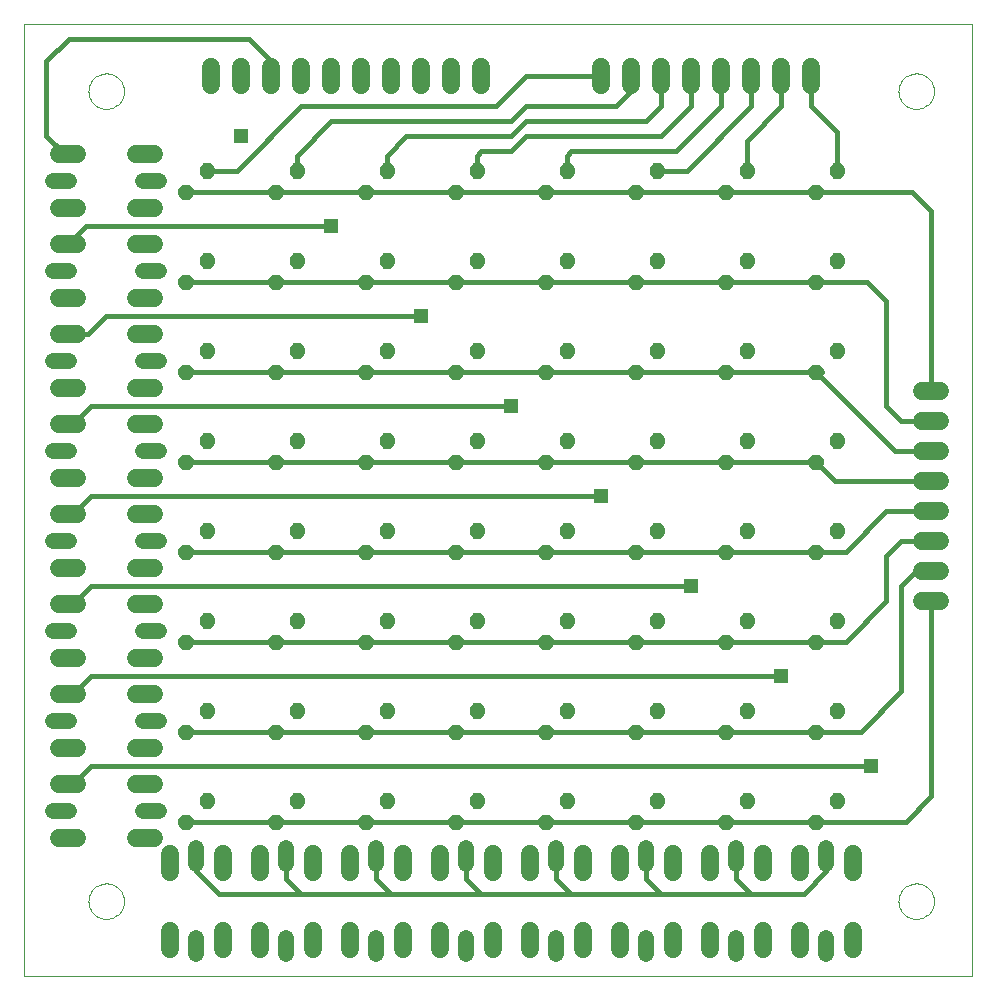
<source format=gtl>
G75*
G70*
%OFA0B0*%
%FSLAX24Y24*%
%IPPOS*%
%LPD*%
%AMOC8*
5,1,8,0,0,1.08239X$1,22.5*
%
%ADD10C,0.0000*%
%ADD11C,0.0104*%
%ADD12C,0.0600*%
%ADD13C,0.0520*%
%ADD14C,0.0160*%
%ADD15R,0.0475X0.0475*%
D10*
X000101Y002399D02*
X000101Y034145D01*
X031721Y034145D01*
X031721Y002399D01*
X000101Y002399D01*
X002260Y004899D02*
X002262Y004947D01*
X002268Y004995D01*
X002278Y005042D01*
X002291Y005088D01*
X002309Y005133D01*
X002329Y005177D01*
X002354Y005219D01*
X002382Y005258D01*
X002412Y005295D01*
X002446Y005329D01*
X002483Y005361D01*
X002521Y005390D01*
X002562Y005415D01*
X002605Y005437D01*
X002650Y005455D01*
X002696Y005469D01*
X002743Y005480D01*
X002791Y005487D01*
X002839Y005490D01*
X002887Y005489D01*
X002935Y005484D01*
X002983Y005475D01*
X003029Y005463D01*
X003074Y005446D01*
X003118Y005426D01*
X003160Y005403D01*
X003200Y005376D01*
X003238Y005346D01*
X003273Y005313D01*
X003305Y005277D01*
X003335Y005239D01*
X003361Y005198D01*
X003383Y005155D01*
X003403Y005111D01*
X003418Y005066D01*
X003430Y005019D01*
X003438Y004971D01*
X003442Y004923D01*
X003442Y004875D01*
X003438Y004827D01*
X003430Y004779D01*
X003418Y004732D01*
X003403Y004687D01*
X003383Y004643D01*
X003361Y004600D01*
X003335Y004559D01*
X003305Y004521D01*
X003273Y004485D01*
X003238Y004452D01*
X003200Y004422D01*
X003160Y004395D01*
X003118Y004372D01*
X003074Y004352D01*
X003029Y004335D01*
X002983Y004323D01*
X002935Y004314D01*
X002887Y004309D01*
X002839Y004308D01*
X002791Y004311D01*
X002743Y004318D01*
X002696Y004329D01*
X002650Y004343D01*
X002605Y004361D01*
X002562Y004383D01*
X002521Y004408D01*
X002483Y004437D01*
X002446Y004469D01*
X002412Y004503D01*
X002382Y004540D01*
X002354Y004579D01*
X002329Y004621D01*
X002309Y004665D01*
X002291Y004710D01*
X002278Y004756D01*
X002268Y004803D01*
X002262Y004851D01*
X002260Y004899D01*
X002260Y031899D02*
X002262Y031947D01*
X002268Y031995D01*
X002278Y032042D01*
X002291Y032088D01*
X002309Y032133D01*
X002329Y032177D01*
X002354Y032219D01*
X002382Y032258D01*
X002412Y032295D01*
X002446Y032329D01*
X002483Y032361D01*
X002521Y032390D01*
X002562Y032415D01*
X002605Y032437D01*
X002650Y032455D01*
X002696Y032469D01*
X002743Y032480D01*
X002791Y032487D01*
X002839Y032490D01*
X002887Y032489D01*
X002935Y032484D01*
X002983Y032475D01*
X003029Y032463D01*
X003074Y032446D01*
X003118Y032426D01*
X003160Y032403D01*
X003200Y032376D01*
X003238Y032346D01*
X003273Y032313D01*
X003305Y032277D01*
X003335Y032239D01*
X003361Y032198D01*
X003383Y032155D01*
X003403Y032111D01*
X003418Y032066D01*
X003430Y032019D01*
X003438Y031971D01*
X003442Y031923D01*
X003442Y031875D01*
X003438Y031827D01*
X003430Y031779D01*
X003418Y031732D01*
X003403Y031687D01*
X003383Y031643D01*
X003361Y031600D01*
X003335Y031559D01*
X003305Y031521D01*
X003273Y031485D01*
X003238Y031452D01*
X003200Y031422D01*
X003160Y031395D01*
X003118Y031372D01*
X003074Y031352D01*
X003029Y031335D01*
X002983Y031323D01*
X002935Y031314D01*
X002887Y031309D01*
X002839Y031308D01*
X002791Y031311D01*
X002743Y031318D01*
X002696Y031329D01*
X002650Y031343D01*
X002605Y031361D01*
X002562Y031383D01*
X002521Y031408D01*
X002483Y031437D01*
X002446Y031469D01*
X002412Y031503D01*
X002382Y031540D01*
X002354Y031579D01*
X002329Y031621D01*
X002309Y031665D01*
X002291Y031710D01*
X002278Y031756D01*
X002268Y031803D01*
X002262Y031851D01*
X002260Y031899D01*
X029260Y031899D02*
X029262Y031947D01*
X029268Y031995D01*
X029278Y032042D01*
X029291Y032088D01*
X029309Y032133D01*
X029329Y032177D01*
X029354Y032219D01*
X029382Y032258D01*
X029412Y032295D01*
X029446Y032329D01*
X029483Y032361D01*
X029521Y032390D01*
X029562Y032415D01*
X029605Y032437D01*
X029650Y032455D01*
X029696Y032469D01*
X029743Y032480D01*
X029791Y032487D01*
X029839Y032490D01*
X029887Y032489D01*
X029935Y032484D01*
X029983Y032475D01*
X030029Y032463D01*
X030074Y032446D01*
X030118Y032426D01*
X030160Y032403D01*
X030200Y032376D01*
X030238Y032346D01*
X030273Y032313D01*
X030305Y032277D01*
X030335Y032239D01*
X030361Y032198D01*
X030383Y032155D01*
X030403Y032111D01*
X030418Y032066D01*
X030430Y032019D01*
X030438Y031971D01*
X030442Y031923D01*
X030442Y031875D01*
X030438Y031827D01*
X030430Y031779D01*
X030418Y031732D01*
X030403Y031687D01*
X030383Y031643D01*
X030361Y031600D01*
X030335Y031559D01*
X030305Y031521D01*
X030273Y031485D01*
X030238Y031452D01*
X030200Y031422D01*
X030160Y031395D01*
X030118Y031372D01*
X030074Y031352D01*
X030029Y031335D01*
X029983Y031323D01*
X029935Y031314D01*
X029887Y031309D01*
X029839Y031308D01*
X029791Y031311D01*
X029743Y031318D01*
X029696Y031329D01*
X029650Y031343D01*
X029605Y031361D01*
X029562Y031383D01*
X029521Y031408D01*
X029483Y031437D01*
X029446Y031469D01*
X029412Y031503D01*
X029382Y031540D01*
X029354Y031579D01*
X029329Y031621D01*
X029309Y031665D01*
X029291Y031710D01*
X029278Y031756D01*
X029268Y031803D01*
X029262Y031851D01*
X029260Y031899D01*
X029260Y004899D02*
X029262Y004947D01*
X029268Y004995D01*
X029278Y005042D01*
X029291Y005088D01*
X029309Y005133D01*
X029329Y005177D01*
X029354Y005219D01*
X029382Y005258D01*
X029412Y005295D01*
X029446Y005329D01*
X029483Y005361D01*
X029521Y005390D01*
X029562Y005415D01*
X029605Y005437D01*
X029650Y005455D01*
X029696Y005469D01*
X029743Y005480D01*
X029791Y005487D01*
X029839Y005490D01*
X029887Y005489D01*
X029935Y005484D01*
X029983Y005475D01*
X030029Y005463D01*
X030074Y005446D01*
X030118Y005426D01*
X030160Y005403D01*
X030200Y005376D01*
X030238Y005346D01*
X030273Y005313D01*
X030305Y005277D01*
X030335Y005239D01*
X030361Y005198D01*
X030383Y005155D01*
X030403Y005111D01*
X030418Y005066D01*
X030430Y005019D01*
X030438Y004971D01*
X030442Y004923D01*
X030442Y004875D01*
X030438Y004827D01*
X030430Y004779D01*
X030418Y004732D01*
X030403Y004687D01*
X030383Y004643D01*
X030361Y004600D01*
X030335Y004559D01*
X030305Y004521D01*
X030273Y004485D01*
X030238Y004452D01*
X030200Y004422D01*
X030160Y004395D01*
X030118Y004372D01*
X030074Y004352D01*
X030029Y004335D01*
X029983Y004323D01*
X029935Y004314D01*
X029887Y004309D01*
X029839Y004308D01*
X029791Y004311D01*
X029743Y004318D01*
X029696Y004329D01*
X029650Y004343D01*
X029605Y004361D01*
X029562Y004383D01*
X029521Y004408D01*
X029483Y004437D01*
X029446Y004469D01*
X029412Y004503D01*
X029382Y004540D01*
X029354Y004579D01*
X029329Y004621D01*
X029309Y004665D01*
X029291Y004710D01*
X029278Y004756D01*
X029268Y004803D01*
X029262Y004851D01*
X029260Y004899D01*
D11*
X026652Y007579D02*
X026704Y007631D01*
X026704Y007459D01*
X026583Y007338D01*
X026411Y007338D01*
X026290Y007459D01*
X026290Y007631D01*
X026411Y007752D01*
X026583Y007752D01*
X026704Y007631D01*
X026626Y007599D01*
X026626Y007491D01*
X026551Y007416D01*
X026443Y007416D01*
X026368Y007491D01*
X026368Y007599D01*
X026443Y007674D01*
X026551Y007674D01*
X026626Y007599D01*
X026548Y007566D01*
X026548Y007524D01*
X026518Y007494D01*
X026476Y007494D01*
X026446Y007524D01*
X026446Y007566D01*
X026476Y007596D01*
X026518Y007596D01*
X026548Y007566D01*
X027359Y008286D02*
X027411Y008338D01*
X027411Y008166D01*
X027290Y008045D01*
X027118Y008045D01*
X026997Y008166D01*
X026997Y008338D01*
X027118Y008459D01*
X027290Y008459D01*
X027411Y008338D01*
X027333Y008306D01*
X027333Y008198D01*
X027258Y008123D01*
X027150Y008123D01*
X027075Y008198D01*
X027075Y008306D01*
X027150Y008381D01*
X027258Y008381D01*
X027333Y008306D01*
X027255Y008273D01*
X027255Y008231D01*
X027225Y008201D01*
X027183Y008201D01*
X027153Y008231D01*
X027153Y008273D01*
X027183Y008303D01*
X027225Y008303D01*
X027255Y008273D01*
X026652Y010579D02*
X026704Y010631D01*
X026704Y010459D01*
X026583Y010338D01*
X026411Y010338D01*
X026290Y010459D01*
X026290Y010631D01*
X026411Y010752D01*
X026583Y010752D01*
X026704Y010631D01*
X026626Y010599D01*
X026626Y010491D01*
X026551Y010416D01*
X026443Y010416D01*
X026368Y010491D01*
X026368Y010599D01*
X026443Y010674D01*
X026551Y010674D01*
X026626Y010599D01*
X026548Y010566D01*
X026548Y010524D01*
X026518Y010494D01*
X026476Y010494D01*
X026446Y010524D01*
X026446Y010566D01*
X026476Y010596D01*
X026518Y010596D01*
X026548Y010566D01*
X027359Y011286D02*
X027411Y011338D01*
X027411Y011166D01*
X027290Y011045D01*
X027118Y011045D01*
X026997Y011166D01*
X026997Y011338D01*
X027118Y011459D01*
X027290Y011459D01*
X027411Y011338D01*
X027333Y011306D01*
X027333Y011198D01*
X027258Y011123D01*
X027150Y011123D01*
X027075Y011198D01*
X027075Y011306D01*
X027150Y011381D01*
X027258Y011381D01*
X027333Y011306D01*
X027255Y011273D01*
X027255Y011231D01*
X027225Y011201D01*
X027183Y011201D01*
X027153Y011231D01*
X027153Y011273D01*
X027183Y011303D01*
X027225Y011303D01*
X027255Y011273D01*
X026652Y013579D02*
X026704Y013631D01*
X026704Y013459D01*
X026583Y013338D01*
X026411Y013338D01*
X026290Y013459D01*
X026290Y013631D01*
X026411Y013752D01*
X026583Y013752D01*
X026704Y013631D01*
X026626Y013599D01*
X026626Y013491D01*
X026551Y013416D01*
X026443Y013416D01*
X026368Y013491D01*
X026368Y013599D01*
X026443Y013674D01*
X026551Y013674D01*
X026626Y013599D01*
X026548Y013566D01*
X026548Y013524D01*
X026518Y013494D01*
X026476Y013494D01*
X026446Y013524D01*
X026446Y013566D01*
X026476Y013596D01*
X026518Y013596D01*
X026548Y013566D01*
X027359Y014286D02*
X027411Y014338D01*
X027411Y014166D01*
X027290Y014045D01*
X027118Y014045D01*
X026997Y014166D01*
X026997Y014338D01*
X027118Y014459D01*
X027290Y014459D01*
X027411Y014338D01*
X027333Y014306D01*
X027333Y014198D01*
X027258Y014123D01*
X027150Y014123D01*
X027075Y014198D01*
X027075Y014306D01*
X027150Y014381D01*
X027258Y014381D01*
X027333Y014306D01*
X027255Y014273D01*
X027255Y014231D01*
X027225Y014201D01*
X027183Y014201D01*
X027153Y014231D01*
X027153Y014273D01*
X027183Y014303D01*
X027225Y014303D01*
X027255Y014273D01*
X026652Y016579D02*
X026704Y016631D01*
X026704Y016459D01*
X026583Y016338D01*
X026411Y016338D01*
X026290Y016459D01*
X026290Y016631D01*
X026411Y016752D01*
X026583Y016752D01*
X026704Y016631D01*
X026626Y016599D01*
X026626Y016491D01*
X026551Y016416D01*
X026443Y016416D01*
X026368Y016491D01*
X026368Y016599D01*
X026443Y016674D01*
X026551Y016674D01*
X026626Y016599D01*
X026548Y016566D01*
X026548Y016524D01*
X026518Y016494D01*
X026476Y016494D01*
X026446Y016524D01*
X026446Y016566D01*
X026476Y016596D01*
X026518Y016596D01*
X026548Y016566D01*
X027359Y017286D02*
X027411Y017338D01*
X027411Y017166D01*
X027290Y017045D01*
X027118Y017045D01*
X026997Y017166D01*
X026997Y017338D01*
X027118Y017459D01*
X027290Y017459D01*
X027411Y017338D01*
X027333Y017306D01*
X027333Y017198D01*
X027258Y017123D01*
X027150Y017123D01*
X027075Y017198D01*
X027075Y017306D01*
X027150Y017381D01*
X027258Y017381D01*
X027333Y017306D01*
X027255Y017273D01*
X027255Y017231D01*
X027225Y017201D01*
X027183Y017201D01*
X027153Y017231D01*
X027153Y017273D01*
X027183Y017303D01*
X027225Y017303D01*
X027255Y017273D01*
X026652Y019579D02*
X026704Y019631D01*
X026704Y019459D01*
X026583Y019338D01*
X026411Y019338D01*
X026290Y019459D01*
X026290Y019631D01*
X026411Y019752D01*
X026583Y019752D01*
X026704Y019631D01*
X026626Y019599D01*
X026626Y019491D01*
X026551Y019416D01*
X026443Y019416D01*
X026368Y019491D01*
X026368Y019599D01*
X026443Y019674D01*
X026551Y019674D01*
X026626Y019599D01*
X026548Y019566D01*
X026548Y019524D01*
X026518Y019494D01*
X026476Y019494D01*
X026446Y019524D01*
X026446Y019566D01*
X026476Y019596D01*
X026518Y019596D01*
X026548Y019566D01*
X027359Y020286D02*
X027411Y020338D01*
X027411Y020166D01*
X027290Y020045D01*
X027118Y020045D01*
X026997Y020166D01*
X026997Y020338D01*
X027118Y020459D01*
X027290Y020459D01*
X027411Y020338D01*
X027333Y020306D01*
X027333Y020198D01*
X027258Y020123D01*
X027150Y020123D01*
X027075Y020198D01*
X027075Y020306D01*
X027150Y020381D01*
X027258Y020381D01*
X027333Y020306D01*
X027255Y020273D01*
X027255Y020231D01*
X027225Y020201D01*
X027183Y020201D01*
X027153Y020231D01*
X027153Y020273D01*
X027183Y020303D01*
X027225Y020303D01*
X027255Y020273D01*
X026652Y022579D02*
X026704Y022631D01*
X026704Y022459D01*
X026583Y022338D01*
X026411Y022338D01*
X026290Y022459D01*
X026290Y022631D01*
X026411Y022752D01*
X026583Y022752D01*
X026704Y022631D01*
X026626Y022599D01*
X026626Y022491D01*
X026551Y022416D01*
X026443Y022416D01*
X026368Y022491D01*
X026368Y022599D01*
X026443Y022674D01*
X026551Y022674D01*
X026626Y022599D01*
X026548Y022566D01*
X026548Y022524D01*
X026518Y022494D01*
X026476Y022494D01*
X026446Y022524D01*
X026446Y022566D01*
X026476Y022596D01*
X026518Y022596D01*
X026548Y022566D01*
X027359Y023286D02*
X027411Y023338D01*
X027411Y023166D01*
X027290Y023045D01*
X027118Y023045D01*
X026997Y023166D01*
X026997Y023338D01*
X027118Y023459D01*
X027290Y023459D01*
X027411Y023338D01*
X027333Y023306D01*
X027333Y023198D01*
X027258Y023123D01*
X027150Y023123D01*
X027075Y023198D01*
X027075Y023306D01*
X027150Y023381D01*
X027258Y023381D01*
X027333Y023306D01*
X027255Y023273D01*
X027255Y023231D01*
X027225Y023201D01*
X027183Y023201D01*
X027153Y023231D01*
X027153Y023273D01*
X027183Y023303D01*
X027225Y023303D01*
X027255Y023273D01*
X026652Y025579D02*
X026704Y025631D01*
X026704Y025459D01*
X026583Y025338D01*
X026411Y025338D01*
X026290Y025459D01*
X026290Y025631D01*
X026411Y025752D01*
X026583Y025752D01*
X026704Y025631D01*
X026626Y025599D01*
X026626Y025491D01*
X026551Y025416D01*
X026443Y025416D01*
X026368Y025491D01*
X026368Y025599D01*
X026443Y025674D01*
X026551Y025674D01*
X026626Y025599D01*
X026548Y025566D01*
X026548Y025524D01*
X026518Y025494D01*
X026476Y025494D01*
X026446Y025524D01*
X026446Y025566D01*
X026476Y025596D01*
X026518Y025596D01*
X026548Y025566D01*
X027359Y026286D02*
X027411Y026338D01*
X027411Y026166D01*
X027290Y026045D01*
X027118Y026045D01*
X026997Y026166D01*
X026997Y026338D01*
X027118Y026459D01*
X027290Y026459D01*
X027411Y026338D01*
X027333Y026306D01*
X027333Y026198D01*
X027258Y026123D01*
X027150Y026123D01*
X027075Y026198D01*
X027075Y026306D01*
X027150Y026381D01*
X027258Y026381D01*
X027333Y026306D01*
X027255Y026273D01*
X027255Y026231D01*
X027225Y026201D01*
X027183Y026201D01*
X027153Y026231D01*
X027153Y026273D01*
X027183Y026303D01*
X027225Y026303D01*
X027255Y026273D01*
X026652Y028579D02*
X026704Y028631D01*
X026704Y028459D01*
X026583Y028338D01*
X026411Y028338D01*
X026290Y028459D01*
X026290Y028631D01*
X026411Y028752D01*
X026583Y028752D01*
X026704Y028631D01*
X026626Y028599D01*
X026626Y028491D01*
X026551Y028416D01*
X026443Y028416D01*
X026368Y028491D01*
X026368Y028599D01*
X026443Y028674D01*
X026551Y028674D01*
X026626Y028599D01*
X026548Y028566D01*
X026548Y028524D01*
X026518Y028494D01*
X026476Y028494D01*
X026446Y028524D01*
X026446Y028566D01*
X026476Y028596D01*
X026518Y028596D01*
X026548Y028566D01*
X027359Y029286D02*
X027411Y029338D01*
X027411Y029166D01*
X027290Y029045D01*
X027118Y029045D01*
X026997Y029166D01*
X026997Y029338D01*
X027118Y029459D01*
X027290Y029459D01*
X027411Y029338D01*
X027333Y029306D01*
X027333Y029198D01*
X027258Y029123D01*
X027150Y029123D01*
X027075Y029198D01*
X027075Y029306D01*
X027150Y029381D01*
X027258Y029381D01*
X027333Y029306D01*
X027255Y029273D01*
X027255Y029231D01*
X027225Y029201D01*
X027183Y029201D01*
X027153Y029231D01*
X027153Y029273D01*
X027183Y029303D01*
X027225Y029303D01*
X027255Y029273D01*
X024359Y029286D02*
X024411Y029338D01*
X024411Y029166D01*
X024290Y029045D01*
X024118Y029045D01*
X023997Y029166D01*
X023997Y029338D01*
X024118Y029459D01*
X024290Y029459D01*
X024411Y029338D01*
X024333Y029306D01*
X024333Y029198D01*
X024258Y029123D01*
X024150Y029123D01*
X024075Y029198D01*
X024075Y029306D01*
X024150Y029381D01*
X024258Y029381D01*
X024333Y029306D01*
X024255Y029273D01*
X024255Y029231D01*
X024225Y029201D01*
X024183Y029201D01*
X024153Y029231D01*
X024153Y029273D01*
X024183Y029303D01*
X024225Y029303D01*
X024255Y029273D01*
X023652Y028579D02*
X023704Y028631D01*
X023704Y028459D01*
X023583Y028338D01*
X023411Y028338D01*
X023290Y028459D01*
X023290Y028631D01*
X023411Y028752D01*
X023583Y028752D01*
X023704Y028631D01*
X023626Y028599D01*
X023626Y028491D01*
X023551Y028416D01*
X023443Y028416D01*
X023368Y028491D01*
X023368Y028599D01*
X023443Y028674D01*
X023551Y028674D01*
X023626Y028599D01*
X023548Y028566D01*
X023548Y028524D01*
X023518Y028494D01*
X023476Y028494D01*
X023446Y028524D01*
X023446Y028566D01*
X023476Y028596D01*
X023518Y028596D01*
X023548Y028566D01*
X024359Y026286D02*
X024411Y026338D01*
X024411Y026166D01*
X024290Y026045D01*
X024118Y026045D01*
X023997Y026166D01*
X023997Y026338D01*
X024118Y026459D01*
X024290Y026459D01*
X024411Y026338D01*
X024333Y026306D01*
X024333Y026198D01*
X024258Y026123D01*
X024150Y026123D01*
X024075Y026198D01*
X024075Y026306D01*
X024150Y026381D01*
X024258Y026381D01*
X024333Y026306D01*
X024255Y026273D01*
X024255Y026231D01*
X024225Y026201D01*
X024183Y026201D01*
X024153Y026231D01*
X024153Y026273D01*
X024183Y026303D01*
X024225Y026303D01*
X024255Y026273D01*
X023652Y025579D02*
X023704Y025631D01*
X023704Y025459D01*
X023583Y025338D01*
X023411Y025338D01*
X023290Y025459D01*
X023290Y025631D01*
X023411Y025752D01*
X023583Y025752D01*
X023704Y025631D01*
X023626Y025599D01*
X023626Y025491D01*
X023551Y025416D01*
X023443Y025416D01*
X023368Y025491D01*
X023368Y025599D01*
X023443Y025674D01*
X023551Y025674D01*
X023626Y025599D01*
X023548Y025566D01*
X023548Y025524D01*
X023518Y025494D01*
X023476Y025494D01*
X023446Y025524D01*
X023446Y025566D01*
X023476Y025596D01*
X023518Y025596D01*
X023548Y025566D01*
X024359Y023286D02*
X024411Y023338D01*
X024411Y023166D01*
X024290Y023045D01*
X024118Y023045D01*
X023997Y023166D01*
X023997Y023338D01*
X024118Y023459D01*
X024290Y023459D01*
X024411Y023338D01*
X024333Y023306D01*
X024333Y023198D01*
X024258Y023123D01*
X024150Y023123D01*
X024075Y023198D01*
X024075Y023306D01*
X024150Y023381D01*
X024258Y023381D01*
X024333Y023306D01*
X024255Y023273D01*
X024255Y023231D01*
X024225Y023201D01*
X024183Y023201D01*
X024153Y023231D01*
X024153Y023273D01*
X024183Y023303D01*
X024225Y023303D01*
X024255Y023273D01*
X023652Y022579D02*
X023704Y022631D01*
X023704Y022459D01*
X023583Y022338D01*
X023411Y022338D01*
X023290Y022459D01*
X023290Y022631D01*
X023411Y022752D01*
X023583Y022752D01*
X023704Y022631D01*
X023626Y022599D01*
X023626Y022491D01*
X023551Y022416D01*
X023443Y022416D01*
X023368Y022491D01*
X023368Y022599D01*
X023443Y022674D01*
X023551Y022674D01*
X023626Y022599D01*
X023548Y022566D01*
X023548Y022524D01*
X023518Y022494D01*
X023476Y022494D01*
X023446Y022524D01*
X023446Y022566D01*
X023476Y022596D01*
X023518Y022596D01*
X023548Y022566D01*
X024359Y020286D02*
X024411Y020338D01*
X024411Y020166D01*
X024290Y020045D01*
X024118Y020045D01*
X023997Y020166D01*
X023997Y020338D01*
X024118Y020459D01*
X024290Y020459D01*
X024411Y020338D01*
X024333Y020306D01*
X024333Y020198D01*
X024258Y020123D01*
X024150Y020123D01*
X024075Y020198D01*
X024075Y020306D01*
X024150Y020381D01*
X024258Y020381D01*
X024333Y020306D01*
X024255Y020273D01*
X024255Y020231D01*
X024225Y020201D01*
X024183Y020201D01*
X024153Y020231D01*
X024153Y020273D01*
X024183Y020303D01*
X024225Y020303D01*
X024255Y020273D01*
X023652Y019579D02*
X023704Y019631D01*
X023704Y019459D01*
X023583Y019338D01*
X023411Y019338D01*
X023290Y019459D01*
X023290Y019631D01*
X023411Y019752D01*
X023583Y019752D01*
X023704Y019631D01*
X023626Y019599D01*
X023626Y019491D01*
X023551Y019416D01*
X023443Y019416D01*
X023368Y019491D01*
X023368Y019599D01*
X023443Y019674D01*
X023551Y019674D01*
X023626Y019599D01*
X023548Y019566D01*
X023548Y019524D01*
X023518Y019494D01*
X023476Y019494D01*
X023446Y019524D01*
X023446Y019566D01*
X023476Y019596D01*
X023518Y019596D01*
X023548Y019566D01*
X024359Y017286D02*
X024411Y017338D01*
X024411Y017166D01*
X024290Y017045D01*
X024118Y017045D01*
X023997Y017166D01*
X023997Y017338D01*
X024118Y017459D01*
X024290Y017459D01*
X024411Y017338D01*
X024333Y017306D01*
X024333Y017198D01*
X024258Y017123D01*
X024150Y017123D01*
X024075Y017198D01*
X024075Y017306D01*
X024150Y017381D01*
X024258Y017381D01*
X024333Y017306D01*
X024255Y017273D01*
X024255Y017231D01*
X024225Y017201D01*
X024183Y017201D01*
X024153Y017231D01*
X024153Y017273D01*
X024183Y017303D01*
X024225Y017303D01*
X024255Y017273D01*
X023652Y016579D02*
X023704Y016631D01*
X023704Y016459D01*
X023583Y016338D01*
X023411Y016338D01*
X023290Y016459D01*
X023290Y016631D01*
X023411Y016752D01*
X023583Y016752D01*
X023704Y016631D01*
X023626Y016599D01*
X023626Y016491D01*
X023551Y016416D01*
X023443Y016416D01*
X023368Y016491D01*
X023368Y016599D01*
X023443Y016674D01*
X023551Y016674D01*
X023626Y016599D01*
X023548Y016566D01*
X023548Y016524D01*
X023518Y016494D01*
X023476Y016494D01*
X023446Y016524D01*
X023446Y016566D01*
X023476Y016596D01*
X023518Y016596D01*
X023548Y016566D01*
X024359Y014286D02*
X024411Y014338D01*
X024411Y014166D01*
X024290Y014045D01*
X024118Y014045D01*
X023997Y014166D01*
X023997Y014338D01*
X024118Y014459D01*
X024290Y014459D01*
X024411Y014338D01*
X024333Y014306D01*
X024333Y014198D01*
X024258Y014123D01*
X024150Y014123D01*
X024075Y014198D01*
X024075Y014306D01*
X024150Y014381D01*
X024258Y014381D01*
X024333Y014306D01*
X024255Y014273D01*
X024255Y014231D01*
X024225Y014201D01*
X024183Y014201D01*
X024153Y014231D01*
X024153Y014273D01*
X024183Y014303D01*
X024225Y014303D01*
X024255Y014273D01*
X023652Y013579D02*
X023704Y013631D01*
X023704Y013459D01*
X023583Y013338D01*
X023411Y013338D01*
X023290Y013459D01*
X023290Y013631D01*
X023411Y013752D01*
X023583Y013752D01*
X023704Y013631D01*
X023626Y013599D01*
X023626Y013491D01*
X023551Y013416D01*
X023443Y013416D01*
X023368Y013491D01*
X023368Y013599D01*
X023443Y013674D01*
X023551Y013674D01*
X023626Y013599D01*
X023548Y013566D01*
X023548Y013524D01*
X023518Y013494D01*
X023476Y013494D01*
X023446Y013524D01*
X023446Y013566D01*
X023476Y013596D01*
X023518Y013596D01*
X023548Y013566D01*
X024359Y011286D02*
X024411Y011338D01*
X024411Y011166D01*
X024290Y011045D01*
X024118Y011045D01*
X023997Y011166D01*
X023997Y011338D01*
X024118Y011459D01*
X024290Y011459D01*
X024411Y011338D01*
X024333Y011306D01*
X024333Y011198D01*
X024258Y011123D01*
X024150Y011123D01*
X024075Y011198D01*
X024075Y011306D01*
X024150Y011381D01*
X024258Y011381D01*
X024333Y011306D01*
X024255Y011273D01*
X024255Y011231D01*
X024225Y011201D01*
X024183Y011201D01*
X024153Y011231D01*
X024153Y011273D01*
X024183Y011303D01*
X024225Y011303D01*
X024255Y011273D01*
X023652Y010579D02*
X023704Y010631D01*
X023704Y010459D01*
X023583Y010338D01*
X023411Y010338D01*
X023290Y010459D01*
X023290Y010631D01*
X023411Y010752D01*
X023583Y010752D01*
X023704Y010631D01*
X023626Y010599D01*
X023626Y010491D01*
X023551Y010416D01*
X023443Y010416D01*
X023368Y010491D01*
X023368Y010599D01*
X023443Y010674D01*
X023551Y010674D01*
X023626Y010599D01*
X023548Y010566D01*
X023548Y010524D01*
X023518Y010494D01*
X023476Y010494D01*
X023446Y010524D01*
X023446Y010566D01*
X023476Y010596D01*
X023518Y010596D01*
X023548Y010566D01*
X024359Y008286D02*
X024411Y008338D01*
X024411Y008166D01*
X024290Y008045D01*
X024118Y008045D01*
X023997Y008166D01*
X023997Y008338D01*
X024118Y008459D01*
X024290Y008459D01*
X024411Y008338D01*
X024333Y008306D01*
X024333Y008198D01*
X024258Y008123D01*
X024150Y008123D01*
X024075Y008198D01*
X024075Y008306D01*
X024150Y008381D01*
X024258Y008381D01*
X024333Y008306D01*
X024255Y008273D01*
X024255Y008231D01*
X024225Y008201D01*
X024183Y008201D01*
X024153Y008231D01*
X024153Y008273D01*
X024183Y008303D01*
X024225Y008303D01*
X024255Y008273D01*
X023652Y007579D02*
X023704Y007631D01*
X023704Y007459D01*
X023583Y007338D01*
X023411Y007338D01*
X023290Y007459D01*
X023290Y007631D01*
X023411Y007752D01*
X023583Y007752D01*
X023704Y007631D01*
X023626Y007599D01*
X023626Y007491D01*
X023551Y007416D01*
X023443Y007416D01*
X023368Y007491D01*
X023368Y007599D01*
X023443Y007674D01*
X023551Y007674D01*
X023626Y007599D01*
X023548Y007566D01*
X023548Y007524D01*
X023518Y007494D01*
X023476Y007494D01*
X023446Y007524D01*
X023446Y007566D01*
X023476Y007596D01*
X023518Y007596D01*
X023548Y007566D01*
X021359Y008286D02*
X021411Y008338D01*
X021411Y008166D01*
X021290Y008045D01*
X021118Y008045D01*
X020997Y008166D01*
X020997Y008338D01*
X021118Y008459D01*
X021290Y008459D01*
X021411Y008338D01*
X021333Y008306D01*
X021333Y008198D01*
X021258Y008123D01*
X021150Y008123D01*
X021075Y008198D01*
X021075Y008306D01*
X021150Y008381D01*
X021258Y008381D01*
X021333Y008306D01*
X021255Y008273D01*
X021255Y008231D01*
X021225Y008201D01*
X021183Y008201D01*
X021153Y008231D01*
X021153Y008273D01*
X021183Y008303D01*
X021225Y008303D01*
X021255Y008273D01*
X020652Y007579D02*
X020704Y007631D01*
X020704Y007459D01*
X020583Y007338D01*
X020411Y007338D01*
X020290Y007459D01*
X020290Y007631D01*
X020411Y007752D01*
X020583Y007752D01*
X020704Y007631D01*
X020626Y007599D01*
X020626Y007491D01*
X020551Y007416D01*
X020443Y007416D01*
X020368Y007491D01*
X020368Y007599D01*
X020443Y007674D01*
X020551Y007674D01*
X020626Y007599D01*
X020548Y007566D01*
X020548Y007524D01*
X020518Y007494D01*
X020476Y007494D01*
X020446Y007524D01*
X020446Y007566D01*
X020476Y007596D01*
X020518Y007596D01*
X020548Y007566D01*
X018359Y008286D02*
X018411Y008338D01*
X018411Y008166D01*
X018290Y008045D01*
X018118Y008045D01*
X017997Y008166D01*
X017997Y008338D01*
X018118Y008459D01*
X018290Y008459D01*
X018411Y008338D01*
X018333Y008306D01*
X018333Y008198D01*
X018258Y008123D01*
X018150Y008123D01*
X018075Y008198D01*
X018075Y008306D01*
X018150Y008381D01*
X018258Y008381D01*
X018333Y008306D01*
X018255Y008273D01*
X018255Y008231D01*
X018225Y008201D01*
X018183Y008201D01*
X018153Y008231D01*
X018153Y008273D01*
X018183Y008303D01*
X018225Y008303D01*
X018255Y008273D01*
X017652Y007579D02*
X017704Y007631D01*
X017704Y007459D01*
X017583Y007338D01*
X017411Y007338D01*
X017290Y007459D01*
X017290Y007631D01*
X017411Y007752D01*
X017583Y007752D01*
X017704Y007631D01*
X017626Y007599D01*
X017626Y007491D01*
X017551Y007416D01*
X017443Y007416D01*
X017368Y007491D01*
X017368Y007599D01*
X017443Y007674D01*
X017551Y007674D01*
X017626Y007599D01*
X017548Y007566D01*
X017548Y007524D01*
X017518Y007494D01*
X017476Y007494D01*
X017446Y007524D01*
X017446Y007566D01*
X017476Y007596D01*
X017518Y007596D01*
X017548Y007566D01*
X015359Y008286D02*
X015411Y008338D01*
X015411Y008166D01*
X015290Y008045D01*
X015118Y008045D01*
X014997Y008166D01*
X014997Y008338D01*
X015118Y008459D01*
X015290Y008459D01*
X015411Y008338D01*
X015333Y008306D01*
X015333Y008198D01*
X015258Y008123D01*
X015150Y008123D01*
X015075Y008198D01*
X015075Y008306D01*
X015150Y008381D01*
X015258Y008381D01*
X015333Y008306D01*
X015255Y008273D01*
X015255Y008231D01*
X015225Y008201D01*
X015183Y008201D01*
X015153Y008231D01*
X015153Y008273D01*
X015183Y008303D01*
X015225Y008303D01*
X015255Y008273D01*
X014652Y007579D02*
X014704Y007631D01*
X014704Y007459D01*
X014583Y007338D01*
X014411Y007338D01*
X014290Y007459D01*
X014290Y007631D01*
X014411Y007752D01*
X014583Y007752D01*
X014704Y007631D01*
X014626Y007599D01*
X014626Y007491D01*
X014551Y007416D01*
X014443Y007416D01*
X014368Y007491D01*
X014368Y007599D01*
X014443Y007674D01*
X014551Y007674D01*
X014626Y007599D01*
X014548Y007566D01*
X014548Y007524D01*
X014518Y007494D01*
X014476Y007494D01*
X014446Y007524D01*
X014446Y007566D01*
X014476Y007596D01*
X014518Y007596D01*
X014548Y007566D01*
X012359Y008286D02*
X012411Y008338D01*
X012411Y008166D01*
X012290Y008045D01*
X012118Y008045D01*
X011997Y008166D01*
X011997Y008338D01*
X012118Y008459D01*
X012290Y008459D01*
X012411Y008338D01*
X012333Y008306D01*
X012333Y008198D01*
X012258Y008123D01*
X012150Y008123D01*
X012075Y008198D01*
X012075Y008306D01*
X012150Y008381D01*
X012258Y008381D01*
X012333Y008306D01*
X012255Y008273D01*
X012255Y008231D01*
X012225Y008201D01*
X012183Y008201D01*
X012153Y008231D01*
X012153Y008273D01*
X012183Y008303D01*
X012225Y008303D01*
X012255Y008273D01*
X011652Y007579D02*
X011704Y007631D01*
X011704Y007459D01*
X011583Y007338D01*
X011411Y007338D01*
X011290Y007459D01*
X011290Y007631D01*
X011411Y007752D01*
X011583Y007752D01*
X011704Y007631D01*
X011626Y007599D01*
X011626Y007491D01*
X011551Y007416D01*
X011443Y007416D01*
X011368Y007491D01*
X011368Y007599D01*
X011443Y007674D01*
X011551Y007674D01*
X011626Y007599D01*
X011548Y007566D01*
X011548Y007524D01*
X011518Y007494D01*
X011476Y007494D01*
X011446Y007524D01*
X011446Y007566D01*
X011476Y007596D01*
X011518Y007596D01*
X011548Y007566D01*
X009359Y008286D02*
X009411Y008338D01*
X009411Y008166D01*
X009290Y008045D01*
X009118Y008045D01*
X008997Y008166D01*
X008997Y008338D01*
X009118Y008459D01*
X009290Y008459D01*
X009411Y008338D01*
X009333Y008306D01*
X009333Y008198D01*
X009258Y008123D01*
X009150Y008123D01*
X009075Y008198D01*
X009075Y008306D01*
X009150Y008381D01*
X009258Y008381D01*
X009333Y008306D01*
X009255Y008273D01*
X009255Y008231D01*
X009225Y008201D01*
X009183Y008201D01*
X009153Y008231D01*
X009153Y008273D01*
X009183Y008303D01*
X009225Y008303D01*
X009255Y008273D01*
X008652Y007579D02*
X008704Y007631D01*
X008704Y007459D01*
X008583Y007338D01*
X008411Y007338D01*
X008290Y007459D01*
X008290Y007631D01*
X008411Y007752D01*
X008583Y007752D01*
X008704Y007631D01*
X008626Y007599D01*
X008626Y007491D01*
X008551Y007416D01*
X008443Y007416D01*
X008368Y007491D01*
X008368Y007599D01*
X008443Y007674D01*
X008551Y007674D01*
X008626Y007599D01*
X008548Y007566D01*
X008548Y007524D01*
X008518Y007494D01*
X008476Y007494D01*
X008446Y007524D01*
X008446Y007566D01*
X008476Y007596D01*
X008518Y007596D01*
X008548Y007566D01*
X006359Y008286D02*
X006411Y008338D01*
X006411Y008166D01*
X006290Y008045D01*
X006118Y008045D01*
X005997Y008166D01*
X005997Y008338D01*
X006118Y008459D01*
X006290Y008459D01*
X006411Y008338D01*
X006333Y008306D01*
X006333Y008198D01*
X006258Y008123D01*
X006150Y008123D01*
X006075Y008198D01*
X006075Y008306D01*
X006150Y008381D01*
X006258Y008381D01*
X006333Y008306D01*
X006255Y008273D01*
X006255Y008231D01*
X006225Y008201D01*
X006183Y008201D01*
X006153Y008231D01*
X006153Y008273D01*
X006183Y008303D01*
X006225Y008303D01*
X006255Y008273D01*
X005652Y007579D02*
X005704Y007631D01*
X005704Y007459D01*
X005583Y007338D01*
X005411Y007338D01*
X005290Y007459D01*
X005290Y007631D01*
X005411Y007752D01*
X005583Y007752D01*
X005704Y007631D01*
X005626Y007599D01*
X005626Y007491D01*
X005551Y007416D01*
X005443Y007416D01*
X005368Y007491D01*
X005368Y007599D01*
X005443Y007674D01*
X005551Y007674D01*
X005626Y007599D01*
X005548Y007566D01*
X005548Y007524D01*
X005518Y007494D01*
X005476Y007494D01*
X005446Y007524D01*
X005446Y007566D01*
X005476Y007596D01*
X005518Y007596D01*
X005548Y007566D01*
X005652Y010579D02*
X005704Y010631D01*
X005704Y010459D01*
X005583Y010338D01*
X005411Y010338D01*
X005290Y010459D01*
X005290Y010631D01*
X005411Y010752D01*
X005583Y010752D01*
X005704Y010631D01*
X005626Y010599D01*
X005626Y010491D01*
X005551Y010416D01*
X005443Y010416D01*
X005368Y010491D01*
X005368Y010599D01*
X005443Y010674D01*
X005551Y010674D01*
X005626Y010599D01*
X005548Y010566D01*
X005548Y010524D01*
X005518Y010494D01*
X005476Y010494D01*
X005446Y010524D01*
X005446Y010566D01*
X005476Y010596D01*
X005518Y010596D01*
X005548Y010566D01*
X006359Y011286D02*
X006411Y011338D01*
X006411Y011166D01*
X006290Y011045D01*
X006118Y011045D01*
X005997Y011166D01*
X005997Y011338D01*
X006118Y011459D01*
X006290Y011459D01*
X006411Y011338D01*
X006333Y011306D01*
X006333Y011198D01*
X006258Y011123D01*
X006150Y011123D01*
X006075Y011198D01*
X006075Y011306D01*
X006150Y011381D01*
X006258Y011381D01*
X006333Y011306D01*
X006255Y011273D01*
X006255Y011231D01*
X006225Y011201D01*
X006183Y011201D01*
X006153Y011231D01*
X006153Y011273D01*
X006183Y011303D01*
X006225Y011303D01*
X006255Y011273D01*
X008652Y010579D02*
X008704Y010631D01*
X008704Y010459D01*
X008583Y010338D01*
X008411Y010338D01*
X008290Y010459D01*
X008290Y010631D01*
X008411Y010752D01*
X008583Y010752D01*
X008704Y010631D01*
X008626Y010599D01*
X008626Y010491D01*
X008551Y010416D01*
X008443Y010416D01*
X008368Y010491D01*
X008368Y010599D01*
X008443Y010674D01*
X008551Y010674D01*
X008626Y010599D01*
X008548Y010566D01*
X008548Y010524D01*
X008518Y010494D01*
X008476Y010494D01*
X008446Y010524D01*
X008446Y010566D01*
X008476Y010596D01*
X008518Y010596D01*
X008548Y010566D01*
X009359Y011286D02*
X009411Y011338D01*
X009411Y011166D01*
X009290Y011045D01*
X009118Y011045D01*
X008997Y011166D01*
X008997Y011338D01*
X009118Y011459D01*
X009290Y011459D01*
X009411Y011338D01*
X009333Y011306D01*
X009333Y011198D01*
X009258Y011123D01*
X009150Y011123D01*
X009075Y011198D01*
X009075Y011306D01*
X009150Y011381D01*
X009258Y011381D01*
X009333Y011306D01*
X009255Y011273D01*
X009255Y011231D01*
X009225Y011201D01*
X009183Y011201D01*
X009153Y011231D01*
X009153Y011273D01*
X009183Y011303D01*
X009225Y011303D01*
X009255Y011273D01*
X011652Y010579D02*
X011704Y010631D01*
X011704Y010459D01*
X011583Y010338D01*
X011411Y010338D01*
X011290Y010459D01*
X011290Y010631D01*
X011411Y010752D01*
X011583Y010752D01*
X011704Y010631D01*
X011626Y010599D01*
X011626Y010491D01*
X011551Y010416D01*
X011443Y010416D01*
X011368Y010491D01*
X011368Y010599D01*
X011443Y010674D01*
X011551Y010674D01*
X011626Y010599D01*
X011548Y010566D01*
X011548Y010524D01*
X011518Y010494D01*
X011476Y010494D01*
X011446Y010524D01*
X011446Y010566D01*
X011476Y010596D01*
X011518Y010596D01*
X011548Y010566D01*
X012359Y011286D02*
X012411Y011338D01*
X012411Y011166D01*
X012290Y011045D01*
X012118Y011045D01*
X011997Y011166D01*
X011997Y011338D01*
X012118Y011459D01*
X012290Y011459D01*
X012411Y011338D01*
X012333Y011306D01*
X012333Y011198D01*
X012258Y011123D01*
X012150Y011123D01*
X012075Y011198D01*
X012075Y011306D01*
X012150Y011381D01*
X012258Y011381D01*
X012333Y011306D01*
X012255Y011273D01*
X012255Y011231D01*
X012225Y011201D01*
X012183Y011201D01*
X012153Y011231D01*
X012153Y011273D01*
X012183Y011303D01*
X012225Y011303D01*
X012255Y011273D01*
X014652Y010579D02*
X014704Y010631D01*
X014704Y010459D01*
X014583Y010338D01*
X014411Y010338D01*
X014290Y010459D01*
X014290Y010631D01*
X014411Y010752D01*
X014583Y010752D01*
X014704Y010631D01*
X014626Y010599D01*
X014626Y010491D01*
X014551Y010416D01*
X014443Y010416D01*
X014368Y010491D01*
X014368Y010599D01*
X014443Y010674D01*
X014551Y010674D01*
X014626Y010599D01*
X014548Y010566D01*
X014548Y010524D01*
X014518Y010494D01*
X014476Y010494D01*
X014446Y010524D01*
X014446Y010566D01*
X014476Y010596D01*
X014518Y010596D01*
X014548Y010566D01*
X015359Y011286D02*
X015411Y011338D01*
X015411Y011166D01*
X015290Y011045D01*
X015118Y011045D01*
X014997Y011166D01*
X014997Y011338D01*
X015118Y011459D01*
X015290Y011459D01*
X015411Y011338D01*
X015333Y011306D01*
X015333Y011198D01*
X015258Y011123D01*
X015150Y011123D01*
X015075Y011198D01*
X015075Y011306D01*
X015150Y011381D01*
X015258Y011381D01*
X015333Y011306D01*
X015255Y011273D01*
X015255Y011231D01*
X015225Y011201D01*
X015183Y011201D01*
X015153Y011231D01*
X015153Y011273D01*
X015183Y011303D01*
X015225Y011303D01*
X015255Y011273D01*
X017652Y010579D02*
X017704Y010631D01*
X017704Y010459D01*
X017583Y010338D01*
X017411Y010338D01*
X017290Y010459D01*
X017290Y010631D01*
X017411Y010752D01*
X017583Y010752D01*
X017704Y010631D01*
X017626Y010599D01*
X017626Y010491D01*
X017551Y010416D01*
X017443Y010416D01*
X017368Y010491D01*
X017368Y010599D01*
X017443Y010674D01*
X017551Y010674D01*
X017626Y010599D01*
X017548Y010566D01*
X017548Y010524D01*
X017518Y010494D01*
X017476Y010494D01*
X017446Y010524D01*
X017446Y010566D01*
X017476Y010596D01*
X017518Y010596D01*
X017548Y010566D01*
X018359Y011286D02*
X018411Y011338D01*
X018411Y011166D01*
X018290Y011045D01*
X018118Y011045D01*
X017997Y011166D01*
X017997Y011338D01*
X018118Y011459D01*
X018290Y011459D01*
X018411Y011338D01*
X018333Y011306D01*
X018333Y011198D01*
X018258Y011123D01*
X018150Y011123D01*
X018075Y011198D01*
X018075Y011306D01*
X018150Y011381D01*
X018258Y011381D01*
X018333Y011306D01*
X018255Y011273D01*
X018255Y011231D01*
X018225Y011201D01*
X018183Y011201D01*
X018153Y011231D01*
X018153Y011273D01*
X018183Y011303D01*
X018225Y011303D01*
X018255Y011273D01*
X020652Y010579D02*
X020704Y010631D01*
X020704Y010459D01*
X020583Y010338D01*
X020411Y010338D01*
X020290Y010459D01*
X020290Y010631D01*
X020411Y010752D01*
X020583Y010752D01*
X020704Y010631D01*
X020626Y010599D01*
X020626Y010491D01*
X020551Y010416D01*
X020443Y010416D01*
X020368Y010491D01*
X020368Y010599D01*
X020443Y010674D01*
X020551Y010674D01*
X020626Y010599D01*
X020548Y010566D01*
X020548Y010524D01*
X020518Y010494D01*
X020476Y010494D01*
X020446Y010524D01*
X020446Y010566D01*
X020476Y010596D01*
X020518Y010596D01*
X020548Y010566D01*
X021359Y011286D02*
X021411Y011338D01*
X021411Y011166D01*
X021290Y011045D01*
X021118Y011045D01*
X020997Y011166D01*
X020997Y011338D01*
X021118Y011459D01*
X021290Y011459D01*
X021411Y011338D01*
X021333Y011306D01*
X021333Y011198D01*
X021258Y011123D01*
X021150Y011123D01*
X021075Y011198D01*
X021075Y011306D01*
X021150Y011381D01*
X021258Y011381D01*
X021333Y011306D01*
X021255Y011273D01*
X021255Y011231D01*
X021225Y011201D01*
X021183Y011201D01*
X021153Y011231D01*
X021153Y011273D01*
X021183Y011303D01*
X021225Y011303D01*
X021255Y011273D01*
X020652Y013579D02*
X020704Y013631D01*
X020704Y013459D01*
X020583Y013338D01*
X020411Y013338D01*
X020290Y013459D01*
X020290Y013631D01*
X020411Y013752D01*
X020583Y013752D01*
X020704Y013631D01*
X020626Y013599D01*
X020626Y013491D01*
X020551Y013416D01*
X020443Y013416D01*
X020368Y013491D01*
X020368Y013599D01*
X020443Y013674D01*
X020551Y013674D01*
X020626Y013599D01*
X020548Y013566D01*
X020548Y013524D01*
X020518Y013494D01*
X020476Y013494D01*
X020446Y013524D01*
X020446Y013566D01*
X020476Y013596D01*
X020518Y013596D01*
X020548Y013566D01*
X021359Y014286D02*
X021411Y014338D01*
X021411Y014166D01*
X021290Y014045D01*
X021118Y014045D01*
X020997Y014166D01*
X020997Y014338D01*
X021118Y014459D01*
X021290Y014459D01*
X021411Y014338D01*
X021333Y014306D01*
X021333Y014198D01*
X021258Y014123D01*
X021150Y014123D01*
X021075Y014198D01*
X021075Y014306D01*
X021150Y014381D01*
X021258Y014381D01*
X021333Y014306D01*
X021255Y014273D01*
X021255Y014231D01*
X021225Y014201D01*
X021183Y014201D01*
X021153Y014231D01*
X021153Y014273D01*
X021183Y014303D01*
X021225Y014303D01*
X021255Y014273D01*
X020652Y016579D02*
X020704Y016631D01*
X020704Y016459D01*
X020583Y016338D01*
X020411Y016338D01*
X020290Y016459D01*
X020290Y016631D01*
X020411Y016752D01*
X020583Y016752D01*
X020704Y016631D01*
X020626Y016599D01*
X020626Y016491D01*
X020551Y016416D01*
X020443Y016416D01*
X020368Y016491D01*
X020368Y016599D01*
X020443Y016674D01*
X020551Y016674D01*
X020626Y016599D01*
X020548Y016566D01*
X020548Y016524D01*
X020518Y016494D01*
X020476Y016494D01*
X020446Y016524D01*
X020446Y016566D01*
X020476Y016596D01*
X020518Y016596D01*
X020548Y016566D01*
X021359Y017286D02*
X021411Y017338D01*
X021411Y017166D01*
X021290Y017045D01*
X021118Y017045D01*
X020997Y017166D01*
X020997Y017338D01*
X021118Y017459D01*
X021290Y017459D01*
X021411Y017338D01*
X021333Y017306D01*
X021333Y017198D01*
X021258Y017123D01*
X021150Y017123D01*
X021075Y017198D01*
X021075Y017306D01*
X021150Y017381D01*
X021258Y017381D01*
X021333Y017306D01*
X021255Y017273D01*
X021255Y017231D01*
X021225Y017201D01*
X021183Y017201D01*
X021153Y017231D01*
X021153Y017273D01*
X021183Y017303D01*
X021225Y017303D01*
X021255Y017273D01*
X020652Y019579D02*
X020704Y019631D01*
X020704Y019459D01*
X020583Y019338D01*
X020411Y019338D01*
X020290Y019459D01*
X020290Y019631D01*
X020411Y019752D01*
X020583Y019752D01*
X020704Y019631D01*
X020626Y019599D01*
X020626Y019491D01*
X020551Y019416D01*
X020443Y019416D01*
X020368Y019491D01*
X020368Y019599D01*
X020443Y019674D01*
X020551Y019674D01*
X020626Y019599D01*
X020548Y019566D01*
X020548Y019524D01*
X020518Y019494D01*
X020476Y019494D01*
X020446Y019524D01*
X020446Y019566D01*
X020476Y019596D01*
X020518Y019596D01*
X020548Y019566D01*
X021359Y020286D02*
X021411Y020338D01*
X021411Y020166D01*
X021290Y020045D01*
X021118Y020045D01*
X020997Y020166D01*
X020997Y020338D01*
X021118Y020459D01*
X021290Y020459D01*
X021411Y020338D01*
X021333Y020306D01*
X021333Y020198D01*
X021258Y020123D01*
X021150Y020123D01*
X021075Y020198D01*
X021075Y020306D01*
X021150Y020381D01*
X021258Y020381D01*
X021333Y020306D01*
X021255Y020273D01*
X021255Y020231D01*
X021225Y020201D01*
X021183Y020201D01*
X021153Y020231D01*
X021153Y020273D01*
X021183Y020303D01*
X021225Y020303D01*
X021255Y020273D01*
X020652Y022579D02*
X020704Y022631D01*
X020704Y022459D01*
X020583Y022338D01*
X020411Y022338D01*
X020290Y022459D01*
X020290Y022631D01*
X020411Y022752D01*
X020583Y022752D01*
X020704Y022631D01*
X020626Y022599D01*
X020626Y022491D01*
X020551Y022416D01*
X020443Y022416D01*
X020368Y022491D01*
X020368Y022599D01*
X020443Y022674D01*
X020551Y022674D01*
X020626Y022599D01*
X020548Y022566D01*
X020548Y022524D01*
X020518Y022494D01*
X020476Y022494D01*
X020446Y022524D01*
X020446Y022566D01*
X020476Y022596D01*
X020518Y022596D01*
X020548Y022566D01*
X021359Y023286D02*
X021411Y023338D01*
X021411Y023166D01*
X021290Y023045D01*
X021118Y023045D01*
X020997Y023166D01*
X020997Y023338D01*
X021118Y023459D01*
X021290Y023459D01*
X021411Y023338D01*
X021333Y023306D01*
X021333Y023198D01*
X021258Y023123D01*
X021150Y023123D01*
X021075Y023198D01*
X021075Y023306D01*
X021150Y023381D01*
X021258Y023381D01*
X021333Y023306D01*
X021255Y023273D01*
X021255Y023231D01*
X021225Y023201D01*
X021183Y023201D01*
X021153Y023231D01*
X021153Y023273D01*
X021183Y023303D01*
X021225Y023303D01*
X021255Y023273D01*
X020652Y025579D02*
X020704Y025631D01*
X020704Y025459D01*
X020583Y025338D01*
X020411Y025338D01*
X020290Y025459D01*
X020290Y025631D01*
X020411Y025752D01*
X020583Y025752D01*
X020704Y025631D01*
X020626Y025599D01*
X020626Y025491D01*
X020551Y025416D01*
X020443Y025416D01*
X020368Y025491D01*
X020368Y025599D01*
X020443Y025674D01*
X020551Y025674D01*
X020626Y025599D01*
X020548Y025566D01*
X020548Y025524D01*
X020518Y025494D01*
X020476Y025494D01*
X020446Y025524D01*
X020446Y025566D01*
X020476Y025596D01*
X020518Y025596D01*
X020548Y025566D01*
X021359Y026286D02*
X021411Y026338D01*
X021411Y026166D01*
X021290Y026045D01*
X021118Y026045D01*
X020997Y026166D01*
X020997Y026338D01*
X021118Y026459D01*
X021290Y026459D01*
X021411Y026338D01*
X021333Y026306D01*
X021333Y026198D01*
X021258Y026123D01*
X021150Y026123D01*
X021075Y026198D01*
X021075Y026306D01*
X021150Y026381D01*
X021258Y026381D01*
X021333Y026306D01*
X021255Y026273D01*
X021255Y026231D01*
X021225Y026201D01*
X021183Y026201D01*
X021153Y026231D01*
X021153Y026273D01*
X021183Y026303D01*
X021225Y026303D01*
X021255Y026273D01*
X020652Y028579D02*
X020704Y028631D01*
X020704Y028459D01*
X020583Y028338D01*
X020411Y028338D01*
X020290Y028459D01*
X020290Y028631D01*
X020411Y028752D01*
X020583Y028752D01*
X020704Y028631D01*
X020626Y028599D01*
X020626Y028491D01*
X020551Y028416D01*
X020443Y028416D01*
X020368Y028491D01*
X020368Y028599D01*
X020443Y028674D01*
X020551Y028674D01*
X020626Y028599D01*
X020548Y028566D01*
X020548Y028524D01*
X020518Y028494D01*
X020476Y028494D01*
X020446Y028524D01*
X020446Y028566D01*
X020476Y028596D01*
X020518Y028596D01*
X020548Y028566D01*
X021359Y029286D02*
X021411Y029338D01*
X021411Y029166D01*
X021290Y029045D01*
X021118Y029045D01*
X020997Y029166D01*
X020997Y029338D01*
X021118Y029459D01*
X021290Y029459D01*
X021411Y029338D01*
X021333Y029306D01*
X021333Y029198D01*
X021258Y029123D01*
X021150Y029123D01*
X021075Y029198D01*
X021075Y029306D01*
X021150Y029381D01*
X021258Y029381D01*
X021333Y029306D01*
X021255Y029273D01*
X021255Y029231D01*
X021225Y029201D01*
X021183Y029201D01*
X021153Y029231D01*
X021153Y029273D01*
X021183Y029303D01*
X021225Y029303D01*
X021255Y029273D01*
X018359Y029286D02*
X018411Y029338D01*
X018411Y029166D01*
X018290Y029045D01*
X018118Y029045D01*
X017997Y029166D01*
X017997Y029338D01*
X018118Y029459D01*
X018290Y029459D01*
X018411Y029338D01*
X018333Y029306D01*
X018333Y029198D01*
X018258Y029123D01*
X018150Y029123D01*
X018075Y029198D01*
X018075Y029306D01*
X018150Y029381D01*
X018258Y029381D01*
X018333Y029306D01*
X018255Y029273D01*
X018255Y029231D01*
X018225Y029201D01*
X018183Y029201D01*
X018153Y029231D01*
X018153Y029273D01*
X018183Y029303D01*
X018225Y029303D01*
X018255Y029273D01*
X017652Y028579D02*
X017704Y028631D01*
X017704Y028459D01*
X017583Y028338D01*
X017411Y028338D01*
X017290Y028459D01*
X017290Y028631D01*
X017411Y028752D01*
X017583Y028752D01*
X017704Y028631D01*
X017626Y028599D01*
X017626Y028491D01*
X017551Y028416D01*
X017443Y028416D01*
X017368Y028491D01*
X017368Y028599D01*
X017443Y028674D01*
X017551Y028674D01*
X017626Y028599D01*
X017548Y028566D01*
X017548Y028524D01*
X017518Y028494D01*
X017476Y028494D01*
X017446Y028524D01*
X017446Y028566D01*
X017476Y028596D01*
X017518Y028596D01*
X017548Y028566D01*
X018359Y026286D02*
X018411Y026338D01*
X018411Y026166D01*
X018290Y026045D01*
X018118Y026045D01*
X017997Y026166D01*
X017997Y026338D01*
X018118Y026459D01*
X018290Y026459D01*
X018411Y026338D01*
X018333Y026306D01*
X018333Y026198D01*
X018258Y026123D01*
X018150Y026123D01*
X018075Y026198D01*
X018075Y026306D01*
X018150Y026381D01*
X018258Y026381D01*
X018333Y026306D01*
X018255Y026273D01*
X018255Y026231D01*
X018225Y026201D01*
X018183Y026201D01*
X018153Y026231D01*
X018153Y026273D01*
X018183Y026303D01*
X018225Y026303D01*
X018255Y026273D01*
X017652Y025579D02*
X017704Y025631D01*
X017704Y025459D01*
X017583Y025338D01*
X017411Y025338D01*
X017290Y025459D01*
X017290Y025631D01*
X017411Y025752D01*
X017583Y025752D01*
X017704Y025631D01*
X017626Y025599D01*
X017626Y025491D01*
X017551Y025416D01*
X017443Y025416D01*
X017368Y025491D01*
X017368Y025599D01*
X017443Y025674D01*
X017551Y025674D01*
X017626Y025599D01*
X017548Y025566D01*
X017548Y025524D01*
X017518Y025494D01*
X017476Y025494D01*
X017446Y025524D01*
X017446Y025566D01*
X017476Y025596D01*
X017518Y025596D01*
X017548Y025566D01*
X018359Y023286D02*
X018411Y023338D01*
X018411Y023166D01*
X018290Y023045D01*
X018118Y023045D01*
X017997Y023166D01*
X017997Y023338D01*
X018118Y023459D01*
X018290Y023459D01*
X018411Y023338D01*
X018333Y023306D01*
X018333Y023198D01*
X018258Y023123D01*
X018150Y023123D01*
X018075Y023198D01*
X018075Y023306D01*
X018150Y023381D01*
X018258Y023381D01*
X018333Y023306D01*
X018255Y023273D01*
X018255Y023231D01*
X018225Y023201D01*
X018183Y023201D01*
X018153Y023231D01*
X018153Y023273D01*
X018183Y023303D01*
X018225Y023303D01*
X018255Y023273D01*
X017652Y022579D02*
X017704Y022631D01*
X017704Y022459D01*
X017583Y022338D01*
X017411Y022338D01*
X017290Y022459D01*
X017290Y022631D01*
X017411Y022752D01*
X017583Y022752D01*
X017704Y022631D01*
X017626Y022599D01*
X017626Y022491D01*
X017551Y022416D01*
X017443Y022416D01*
X017368Y022491D01*
X017368Y022599D01*
X017443Y022674D01*
X017551Y022674D01*
X017626Y022599D01*
X017548Y022566D01*
X017548Y022524D01*
X017518Y022494D01*
X017476Y022494D01*
X017446Y022524D01*
X017446Y022566D01*
X017476Y022596D01*
X017518Y022596D01*
X017548Y022566D01*
X018359Y020286D02*
X018411Y020338D01*
X018411Y020166D01*
X018290Y020045D01*
X018118Y020045D01*
X017997Y020166D01*
X017997Y020338D01*
X018118Y020459D01*
X018290Y020459D01*
X018411Y020338D01*
X018333Y020306D01*
X018333Y020198D01*
X018258Y020123D01*
X018150Y020123D01*
X018075Y020198D01*
X018075Y020306D01*
X018150Y020381D01*
X018258Y020381D01*
X018333Y020306D01*
X018255Y020273D01*
X018255Y020231D01*
X018225Y020201D01*
X018183Y020201D01*
X018153Y020231D01*
X018153Y020273D01*
X018183Y020303D01*
X018225Y020303D01*
X018255Y020273D01*
X017652Y019579D02*
X017704Y019631D01*
X017704Y019459D01*
X017583Y019338D01*
X017411Y019338D01*
X017290Y019459D01*
X017290Y019631D01*
X017411Y019752D01*
X017583Y019752D01*
X017704Y019631D01*
X017626Y019599D01*
X017626Y019491D01*
X017551Y019416D01*
X017443Y019416D01*
X017368Y019491D01*
X017368Y019599D01*
X017443Y019674D01*
X017551Y019674D01*
X017626Y019599D01*
X017548Y019566D01*
X017548Y019524D01*
X017518Y019494D01*
X017476Y019494D01*
X017446Y019524D01*
X017446Y019566D01*
X017476Y019596D01*
X017518Y019596D01*
X017548Y019566D01*
X018359Y017286D02*
X018411Y017338D01*
X018411Y017166D01*
X018290Y017045D01*
X018118Y017045D01*
X017997Y017166D01*
X017997Y017338D01*
X018118Y017459D01*
X018290Y017459D01*
X018411Y017338D01*
X018333Y017306D01*
X018333Y017198D01*
X018258Y017123D01*
X018150Y017123D01*
X018075Y017198D01*
X018075Y017306D01*
X018150Y017381D01*
X018258Y017381D01*
X018333Y017306D01*
X018255Y017273D01*
X018255Y017231D01*
X018225Y017201D01*
X018183Y017201D01*
X018153Y017231D01*
X018153Y017273D01*
X018183Y017303D01*
X018225Y017303D01*
X018255Y017273D01*
X017652Y016579D02*
X017704Y016631D01*
X017704Y016459D01*
X017583Y016338D01*
X017411Y016338D01*
X017290Y016459D01*
X017290Y016631D01*
X017411Y016752D01*
X017583Y016752D01*
X017704Y016631D01*
X017626Y016599D01*
X017626Y016491D01*
X017551Y016416D01*
X017443Y016416D01*
X017368Y016491D01*
X017368Y016599D01*
X017443Y016674D01*
X017551Y016674D01*
X017626Y016599D01*
X017548Y016566D01*
X017548Y016524D01*
X017518Y016494D01*
X017476Y016494D01*
X017446Y016524D01*
X017446Y016566D01*
X017476Y016596D01*
X017518Y016596D01*
X017548Y016566D01*
X018359Y014286D02*
X018411Y014338D01*
X018411Y014166D01*
X018290Y014045D01*
X018118Y014045D01*
X017997Y014166D01*
X017997Y014338D01*
X018118Y014459D01*
X018290Y014459D01*
X018411Y014338D01*
X018333Y014306D01*
X018333Y014198D01*
X018258Y014123D01*
X018150Y014123D01*
X018075Y014198D01*
X018075Y014306D01*
X018150Y014381D01*
X018258Y014381D01*
X018333Y014306D01*
X018255Y014273D01*
X018255Y014231D01*
X018225Y014201D01*
X018183Y014201D01*
X018153Y014231D01*
X018153Y014273D01*
X018183Y014303D01*
X018225Y014303D01*
X018255Y014273D01*
X017652Y013579D02*
X017704Y013631D01*
X017704Y013459D01*
X017583Y013338D01*
X017411Y013338D01*
X017290Y013459D01*
X017290Y013631D01*
X017411Y013752D01*
X017583Y013752D01*
X017704Y013631D01*
X017626Y013599D01*
X017626Y013491D01*
X017551Y013416D01*
X017443Y013416D01*
X017368Y013491D01*
X017368Y013599D01*
X017443Y013674D01*
X017551Y013674D01*
X017626Y013599D01*
X017548Y013566D01*
X017548Y013524D01*
X017518Y013494D01*
X017476Y013494D01*
X017446Y013524D01*
X017446Y013566D01*
X017476Y013596D01*
X017518Y013596D01*
X017548Y013566D01*
X015359Y014286D02*
X015411Y014338D01*
X015411Y014166D01*
X015290Y014045D01*
X015118Y014045D01*
X014997Y014166D01*
X014997Y014338D01*
X015118Y014459D01*
X015290Y014459D01*
X015411Y014338D01*
X015333Y014306D01*
X015333Y014198D01*
X015258Y014123D01*
X015150Y014123D01*
X015075Y014198D01*
X015075Y014306D01*
X015150Y014381D01*
X015258Y014381D01*
X015333Y014306D01*
X015255Y014273D01*
X015255Y014231D01*
X015225Y014201D01*
X015183Y014201D01*
X015153Y014231D01*
X015153Y014273D01*
X015183Y014303D01*
X015225Y014303D01*
X015255Y014273D01*
X014652Y013579D02*
X014704Y013631D01*
X014704Y013459D01*
X014583Y013338D01*
X014411Y013338D01*
X014290Y013459D01*
X014290Y013631D01*
X014411Y013752D01*
X014583Y013752D01*
X014704Y013631D01*
X014626Y013599D01*
X014626Y013491D01*
X014551Y013416D01*
X014443Y013416D01*
X014368Y013491D01*
X014368Y013599D01*
X014443Y013674D01*
X014551Y013674D01*
X014626Y013599D01*
X014548Y013566D01*
X014548Y013524D01*
X014518Y013494D01*
X014476Y013494D01*
X014446Y013524D01*
X014446Y013566D01*
X014476Y013596D01*
X014518Y013596D01*
X014548Y013566D01*
X012359Y014286D02*
X012411Y014338D01*
X012411Y014166D01*
X012290Y014045D01*
X012118Y014045D01*
X011997Y014166D01*
X011997Y014338D01*
X012118Y014459D01*
X012290Y014459D01*
X012411Y014338D01*
X012333Y014306D01*
X012333Y014198D01*
X012258Y014123D01*
X012150Y014123D01*
X012075Y014198D01*
X012075Y014306D01*
X012150Y014381D01*
X012258Y014381D01*
X012333Y014306D01*
X012255Y014273D01*
X012255Y014231D01*
X012225Y014201D01*
X012183Y014201D01*
X012153Y014231D01*
X012153Y014273D01*
X012183Y014303D01*
X012225Y014303D01*
X012255Y014273D01*
X011652Y013579D02*
X011704Y013631D01*
X011704Y013459D01*
X011583Y013338D01*
X011411Y013338D01*
X011290Y013459D01*
X011290Y013631D01*
X011411Y013752D01*
X011583Y013752D01*
X011704Y013631D01*
X011626Y013599D01*
X011626Y013491D01*
X011551Y013416D01*
X011443Y013416D01*
X011368Y013491D01*
X011368Y013599D01*
X011443Y013674D01*
X011551Y013674D01*
X011626Y013599D01*
X011548Y013566D01*
X011548Y013524D01*
X011518Y013494D01*
X011476Y013494D01*
X011446Y013524D01*
X011446Y013566D01*
X011476Y013596D01*
X011518Y013596D01*
X011548Y013566D01*
X009359Y014286D02*
X009411Y014338D01*
X009411Y014166D01*
X009290Y014045D01*
X009118Y014045D01*
X008997Y014166D01*
X008997Y014338D01*
X009118Y014459D01*
X009290Y014459D01*
X009411Y014338D01*
X009333Y014306D01*
X009333Y014198D01*
X009258Y014123D01*
X009150Y014123D01*
X009075Y014198D01*
X009075Y014306D01*
X009150Y014381D01*
X009258Y014381D01*
X009333Y014306D01*
X009255Y014273D01*
X009255Y014231D01*
X009225Y014201D01*
X009183Y014201D01*
X009153Y014231D01*
X009153Y014273D01*
X009183Y014303D01*
X009225Y014303D01*
X009255Y014273D01*
X008652Y013579D02*
X008704Y013631D01*
X008704Y013459D01*
X008583Y013338D01*
X008411Y013338D01*
X008290Y013459D01*
X008290Y013631D01*
X008411Y013752D01*
X008583Y013752D01*
X008704Y013631D01*
X008626Y013599D01*
X008626Y013491D01*
X008551Y013416D01*
X008443Y013416D01*
X008368Y013491D01*
X008368Y013599D01*
X008443Y013674D01*
X008551Y013674D01*
X008626Y013599D01*
X008548Y013566D01*
X008548Y013524D01*
X008518Y013494D01*
X008476Y013494D01*
X008446Y013524D01*
X008446Y013566D01*
X008476Y013596D01*
X008518Y013596D01*
X008548Y013566D01*
X006359Y014286D02*
X006411Y014338D01*
X006411Y014166D01*
X006290Y014045D01*
X006118Y014045D01*
X005997Y014166D01*
X005997Y014338D01*
X006118Y014459D01*
X006290Y014459D01*
X006411Y014338D01*
X006333Y014306D01*
X006333Y014198D01*
X006258Y014123D01*
X006150Y014123D01*
X006075Y014198D01*
X006075Y014306D01*
X006150Y014381D01*
X006258Y014381D01*
X006333Y014306D01*
X006255Y014273D01*
X006255Y014231D01*
X006225Y014201D01*
X006183Y014201D01*
X006153Y014231D01*
X006153Y014273D01*
X006183Y014303D01*
X006225Y014303D01*
X006255Y014273D01*
X005652Y013579D02*
X005704Y013631D01*
X005704Y013459D01*
X005583Y013338D01*
X005411Y013338D01*
X005290Y013459D01*
X005290Y013631D01*
X005411Y013752D01*
X005583Y013752D01*
X005704Y013631D01*
X005626Y013599D01*
X005626Y013491D01*
X005551Y013416D01*
X005443Y013416D01*
X005368Y013491D01*
X005368Y013599D01*
X005443Y013674D01*
X005551Y013674D01*
X005626Y013599D01*
X005548Y013566D01*
X005548Y013524D01*
X005518Y013494D01*
X005476Y013494D01*
X005446Y013524D01*
X005446Y013566D01*
X005476Y013596D01*
X005518Y013596D01*
X005548Y013566D01*
X005652Y016579D02*
X005704Y016631D01*
X005704Y016459D01*
X005583Y016338D01*
X005411Y016338D01*
X005290Y016459D01*
X005290Y016631D01*
X005411Y016752D01*
X005583Y016752D01*
X005704Y016631D01*
X005626Y016599D01*
X005626Y016491D01*
X005551Y016416D01*
X005443Y016416D01*
X005368Y016491D01*
X005368Y016599D01*
X005443Y016674D01*
X005551Y016674D01*
X005626Y016599D01*
X005548Y016566D01*
X005548Y016524D01*
X005518Y016494D01*
X005476Y016494D01*
X005446Y016524D01*
X005446Y016566D01*
X005476Y016596D01*
X005518Y016596D01*
X005548Y016566D01*
X006359Y017286D02*
X006411Y017338D01*
X006411Y017166D01*
X006290Y017045D01*
X006118Y017045D01*
X005997Y017166D01*
X005997Y017338D01*
X006118Y017459D01*
X006290Y017459D01*
X006411Y017338D01*
X006333Y017306D01*
X006333Y017198D01*
X006258Y017123D01*
X006150Y017123D01*
X006075Y017198D01*
X006075Y017306D01*
X006150Y017381D01*
X006258Y017381D01*
X006333Y017306D01*
X006255Y017273D01*
X006255Y017231D01*
X006225Y017201D01*
X006183Y017201D01*
X006153Y017231D01*
X006153Y017273D01*
X006183Y017303D01*
X006225Y017303D01*
X006255Y017273D01*
X008652Y016579D02*
X008704Y016631D01*
X008704Y016459D01*
X008583Y016338D01*
X008411Y016338D01*
X008290Y016459D01*
X008290Y016631D01*
X008411Y016752D01*
X008583Y016752D01*
X008704Y016631D01*
X008626Y016599D01*
X008626Y016491D01*
X008551Y016416D01*
X008443Y016416D01*
X008368Y016491D01*
X008368Y016599D01*
X008443Y016674D01*
X008551Y016674D01*
X008626Y016599D01*
X008548Y016566D01*
X008548Y016524D01*
X008518Y016494D01*
X008476Y016494D01*
X008446Y016524D01*
X008446Y016566D01*
X008476Y016596D01*
X008518Y016596D01*
X008548Y016566D01*
X009359Y017286D02*
X009411Y017338D01*
X009411Y017166D01*
X009290Y017045D01*
X009118Y017045D01*
X008997Y017166D01*
X008997Y017338D01*
X009118Y017459D01*
X009290Y017459D01*
X009411Y017338D01*
X009333Y017306D01*
X009333Y017198D01*
X009258Y017123D01*
X009150Y017123D01*
X009075Y017198D01*
X009075Y017306D01*
X009150Y017381D01*
X009258Y017381D01*
X009333Y017306D01*
X009255Y017273D01*
X009255Y017231D01*
X009225Y017201D01*
X009183Y017201D01*
X009153Y017231D01*
X009153Y017273D01*
X009183Y017303D01*
X009225Y017303D01*
X009255Y017273D01*
X011652Y016579D02*
X011704Y016631D01*
X011704Y016459D01*
X011583Y016338D01*
X011411Y016338D01*
X011290Y016459D01*
X011290Y016631D01*
X011411Y016752D01*
X011583Y016752D01*
X011704Y016631D01*
X011626Y016599D01*
X011626Y016491D01*
X011551Y016416D01*
X011443Y016416D01*
X011368Y016491D01*
X011368Y016599D01*
X011443Y016674D01*
X011551Y016674D01*
X011626Y016599D01*
X011548Y016566D01*
X011548Y016524D01*
X011518Y016494D01*
X011476Y016494D01*
X011446Y016524D01*
X011446Y016566D01*
X011476Y016596D01*
X011518Y016596D01*
X011548Y016566D01*
X012359Y017286D02*
X012411Y017338D01*
X012411Y017166D01*
X012290Y017045D01*
X012118Y017045D01*
X011997Y017166D01*
X011997Y017338D01*
X012118Y017459D01*
X012290Y017459D01*
X012411Y017338D01*
X012333Y017306D01*
X012333Y017198D01*
X012258Y017123D01*
X012150Y017123D01*
X012075Y017198D01*
X012075Y017306D01*
X012150Y017381D01*
X012258Y017381D01*
X012333Y017306D01*
X012255Y017273D01*
X012255Y017231D01*
X012225Y017201D01*
X012183Y017201D01*
X012153Y017231D01*
X012153Y017273D01*
X012183Y017303D01*
X012225Y017303D01*
X012255Y017273D01*
X014652Y016579D02*
X014704Y016631D01*
X014704Y016459D01*
X014583Y016338D01*
X014411Y016338D01*
X014290Y016459D01*
X014290Y016631D01*
X014411Y016752D01*
X014583Y016752D01*
X014704Y016631D01*
X014626Y016599D01*
X014626Y016491D01*
X014551Y016416D01*
X014443Y016416D01*
X014368Y016491D01*
X014368Y016599D01*
X014443Y016674D01*
X014551Y016674D01*
X014626Y016599D01*
X014548Y016566D01*
X014548Y016524D01*
X014518Y016494D01*
X014476Y016494D01*
X014446Y016524D01*
X014446Y016566D01*
X014476Y016596D01*
X014518Y016596D01*
X014548Y016566D01*
X015359Y017286D02*
X015411Y017338D01*
X015411Y017166D01*
X015290Y017045D01*
X015118Y017045D01*
X014997Y017166D01*
X014997Y017338D01*
X015118Y017459D01*
X015290Y017459D01*
X015411Y017338D01*
X015333Y017306D01*
X015333Y017198D01*
X015258Y017123D01*
X015150Y017123D01*
X015075Y017198D01*
X015075Y017306D01*
X015150Y017381D01*
X015258Y017381D01*
X015333Y017306D01*
X015255Y017273D01*
X015255Y017231D01*
X015225Y017201D01*
X015183Y017201D01*
X015153Y017231D01*
X015153Y017273D01*
X015183Y017303D01*
X015225Y017303D01*
X015255Y017273D01*
X014652Y019579D02*
X014704Y019631D01*
X014704Y019459D01*
X014583Y019338D01*
X014411Y019338D01*
X014290Y019459D01*
X014290Y019631D01*
X014411Y019752D01*
X014583Y019752D01*
X014704Y019631D01*
X014626Y019599D01*
X014626Y019491D01*
X014551Y019416D01*
X014443Y019416D01*
X014368Y019491D01*
X014368Y019599D01*
X014443Y019674D01*
X014551Y019674D01*
X014626Y019599D01*
X014548Y019566D01*
X014548Y019524D01*
X014518Y019494D01*
X014476Y019494D01*
X014446Y019524D01*
X014446Y019566D01*
X014476Y019596D01*
X014518Y019596D01*
X014548Y019566D01*
X015359Y020286D02*
X015411Y020338D01*
X015411Y020166D01*
X015290Y020045D01*
X015118Y020045D01*
X014997Y020166D01*
X014997Y020338D01*
X015118Y020459D01*
X015290Y020459D01*
X015411Y020338D01*
X015333Y020306D01*
X015333Y020198D01*
X015258Y020123D01*
X015150Y020123D01*
X015075Y020198D01*
X015075Y020306D01*
X015150Y020381D01*
X015258Y020381D01*
X015333Y020306D01*
X015255Y020273D01*
X015255Y020231D01*
X015225Y020201D01*
X015183Y020201D01*
X015153Y020231D01*
X015153Y020273D01*
X015183Y020303D01*
X015225Y020303D01*
X015255Y020273D01*
X014652Y022579D02*
X014704Y022631D01*
X014704Y022459D01*
X014583Y022338D01*
X014411Y022338D01*
X014290Y022459D01*
X014290Y022631D01*
X014411Y022752D01*
X014583Y022752D01*
X014704Y022631D01*
X014626Y022599D01*
X014626Y022491D01*
X014551Y022416D01*
X014443Y022416D01*
X014368Y022491D01*
X014368Y022599D01*
X014443Y022674D01*
X014551Y022674D01*
X014626Y022599D01*
X014548Y022566D01*
X014548Y022524D01*
X014518Y022494D01*
X014476Y022494D01*
X014446Y022524D01*
X014446Y022566D01*
X014476Y022596D01*
X014518Y022596D01*
X014548Y022566D01*
X015359Y023286D02*
X015411Y023338D01*
X015411Y023166D01*
X015290Y023045D01*
X015118Y023045D01*
X014997Y023166D01*
X014997Y023338D01*
X015118Y023459D01*
X015290Y023459D01*
X015411Y023338D01*
X015333Y023306D01*
X015333Y023198D01*
X015258Y023123D01*
X015150Y023123D01*
X015075Y023198D01*
X015075Y023306D01*
X015150Y023381D01*
X015258Y023381D01*
X015333Y023306D01*
X015255Y023273D01*
X015255Y023231D01*
X015225Y023201D01*
X015183Y023201D01*
X015153Y023231D01*
X015153Y023273D01*
X015183Y023303D01*
X015225Y023303D01*
X015255Y023273D01*
X014652Y025579D02*
X014704Y025631D01*
X014704Y025459D01*
X014583Y025338D01*
X014411Y025338D01*
X014290Y025459D01*
X014290Y025631D01*
X014411Y025752D01*
X014583Y025752D01*
X014704Y025631D01*
X014626Y025599D01*
X014626Y025491D01*
X014551Y025416D01*
X014443Y025416D01*
X014368Y025491D01*
X014368Y025599D01*
X014443Y025674D01*
X014551Y025674D01*
X014626Y025599D01*
X014548Y025566D01*
X014548Y025524D01*
X014518Y025494D01*
X014476Y025494D01*
X014446Y025524D01*
X014446Y025566D01*
X014476Y025596D01*
X014518Y025596D01*
X014548Y025566D01*
X015359Y026286D02*
X015411Y026338D01*
X015411Y026166D01*
X015290Y026045D01*
X015118Y026045D01*
X014997Y026166D01*
X014997Y026338D01*
X015118Y026459D01*
X015290Y026459D01*
X015411Y026338D01*
X015333Y026306D01*
X015333Y026198D01*
X015258Y026123D01*
X015150Y026123D01*
X015075Y026198D01*
X015075Y026306D01*
X015150Y026381D01*
X015258Y026381D01*
X015333Y026306D01*
X015255Y026273D01*
X015255Y026231D01*
X015225Y026201D01*
X015183Y026201D01*
X015153Y026231D01*
X015153Y026273D01*
X015183Y026303D01*
X015225Y026303D01*
X015255Y026273D01*
X014652Y028579D02*
X014704Y028631D01*
X014704Y028459D01*
X014583Y028338D01*
X014411Y028338D01*
X014290Y028459D01*
X014290Y028631D01*
X014411Y028752D01*
X014583Y028752D01*
X014704Y028631D01*
X014626Y028599D01*
X014626Y028491D01*
X014551Y028416D01*
X014443Y028416D01*
X014368Y028491D01*
X014368Y028599D01*
X014443Y028674D01*
X014551Y028674D01*
X014626Y028599D01*
X014548Y028566D01*
X014548Y028524D01*
X014518Y028494D01*
X014476Y028494D01*
X014446Y028524D01*
X014446Y028566D01*
X014476Y028596D01*
X014518Y028596D01*
X014548Y028566D01*
X015359Y029286D02*
X015411Y029338D01*
X015411Y029166D01*
X015290Y029045D01*
X015118Y029045D01*
X014997Y029166D01*
X014997Y029338D01*
X015118Y029459D01*
X015290Y029459D01*
X015411Y029338D01*
X015333Y029306D01*
X015333Y029198D01*
X015258Y029123D01*
X015150Y029123D01*
X015075Y029198D01*
X015075Y029306D01*
X015150Y029381D01*
X015258Y029381D01*
X015333Y029306D01*
X015255Y029273D01*
X015255Y029231D01*
X015225Y029201D01*
X015183Y029201D01*
X015153Y029231D01*
X015153Y029273D01*
X015183Y029303D01*
X015225Y029303D01*
X015255Y029273D01*
X012359Y029286D02*
X012411Y029338D01*
X012411Y029166D01*
X012290Y029045D01*
X012118Y029045D01*
X011997Y029166D01*
X011997Y029338D01*
X012118Y029459D01*
X012290Y029459D01*
X012411Y029338D01*
X012333Y029306D01*
X012333Y029198D01*
X012258Y029123D01*
X012150Y029123D01*
X012075Y029198D01*
X012075Y029306D01*
X012150Y029381D01*
X012258Y029381D01*
X012333Y029306D01*
X012255Y029273D01*
X012255Y029231D01*
X012225Y029201D01*
X012183Y029201D01*
X012153Y029231D01*
X012153Y029273D01*
X012183Y029303D01*
X012225Y029303D01*
X012255Y029273D01*
X011652Y028579D02*
X011704Y028631D01*
X011704Y028459D01*
X011583Y028338D01*
X011411Y028338D01*
X011290Y028459D01*
X011290Y028631D01*
X011411Y028752D01*
X011583Y028752D01*
X011704Y028631D01*
X011626Y028599D01*
X011626Y028491D01*
X011551Y028416D01*
X011443Y028416D01*
X011368Y028491D01*
X011368Y028599D01*
X011443Y028674D01*
X011551Y028674D01*
X011626Y028599D01*
X011548Y028566D01*
X011548Y028524D01*
X011518Y028494D01*
X011476Y028494D01*
X011446Y028524D01*
X011446Y028566D01*
X011476Y028596D01*
X011518Y028596D01*
X011548Y028566D01*
X012359Y026286D02*
X012411Y026338D01*
X012411Y026166D01*
X012290Y026045D01*
X012118Y026045D01*
X011997Y026166D01*
X011997Y026338D01*
X012118Y026459D01*
X012290Y026459D01*
X012411Y026338D01*
X012333Y026306D01*
X012333Y026198D01*
X012258Y026123D01*
X012150Y026123D01*
X012075Y026198D01*
X012075Y026306D01*
X012150Y026381D01*
X012258Y026381D01*
X012333Y026306D01*
X012255Y026273D01*
X012255Y026231D01*
X012225Y026201D01*
X012183Y026201D01*
X012153Y026231D01*
X012153Y026273D01*
X012183Y026303D01*
X012225Y026303D01*
X012255Y026273D01*
X011652Y025579D02*
X011704Y025631D01*
X011704Y025459D01*
X011583Y025338D01*
X011411Y025338D01*
X011290Y025459D01*
X011290Y025631D01*
X011411Y025752D01*
X011583Y025752D01*
X011704Y025631D01*
X011626Y025599D01*
X011626Y025491D01*
X011551Y025416D01*
X011443Y025416D01*
X011368Y025491D01*
X011368Y025599D01*
X011443Y025674D01*
X011551Y025674D01*
X011626Y025599D01*
X011548Y025566D01*
X011548Y025524D01*
X011518Y025494D01*
X011476Y025494D01*
X011446Y025524D01*
X011446Y025566D01*
X011476Y025596D01*
X011518Y025596D01*
X011548Y025566D01*
X012359Y023286D02*
X012411Y023338D01*
X012411Y023166D01*
X012290Y023045D01*
X012118Y023045D01*
X011997Y023166D01*
X011997Y023338D01*
X012118Y023459D01*
X012290Y023459D01*
X012411Y023338D01*
X012333Y023306D01*
X012333Y023198D01*
X012258Y023123D01*
X012150Y023123D01*
X012075Y023198D01*
X012075Y023306D01*
X012150Y023381D01*
X012258Y023381D01*
X012333Y023306D01*
X012255Y023273D01*
X012255Y023231D01*
X012225Y023201D01*
X012183Y023201D01*
X012153Y023231D01*
X012153Y023273D01*
X012183Y023303D01*
X012225Y023303D01*
X012255Y023273D01*
X011652Y022579D02*
X011704Y022631D01*
X011704Y022459D01*
X011583Y022338D01*
X011411Y022338D01*
X011290Y022459D01*
X011290Y022631D01*
X011411Y022752D01*
X011583Y022752D01*
X011704Y022631D01*
X011626Y022599D01*
X011626Y022491D01*
X011551Y022416D01*
X011443Y022416D01*
X011368Y022491D01*
X011368Y022599D01*
X011443Y022674D01*
X011551Y022674D01*
X011626Y022599D01*
X011548Y022566D01*
X011548Y022524D01*
X011518Y022494D01*
X011476Y022494D01*
X011446Y022524D01*
X011446Y022566D01*
X011476Y022596D01*
X011518Y022596D01*
X011548Y022566D01*
X012359Y020286D02*
X012411Y020338D01*
X012411Y020166D01*
X012290Y020045D01*
X012118Y020045D01*
X011997Y020166D01*
X011997Y020338D01*
X012118Y020459D01*
X012290Y020459D01*
X012411Y020338D01*
X012333Y020306D01*
X012333Y020198D01*
X012258Y020123D01*
X012150Y020123D01*
X012075Y020198D01*
X012075Y020306D01*
X012150Y020381D01*
X012258Y020381D01*
X012333Y020306D01*
X012255Y020273D01*
X012255Y020231D01*
X012225Y020201D01*
X012183Y020201D01*
X012153Y020231D01*
X012153Y020273D01*
X012183Y020303D01*
X012225Y020303D01*
X012255Y020273D01*
X011652Y019579D02*
X011704Y019631D01*
X011704Y019459D01*
X011583Y019338D01*
X011411Y019338D01*
X011290Y019459D01*
X011290Y019631D01*
X011411Y019752D01*
X011583Y019752D01*
X011704Y019631D01*
X011626Y019599D01*
X011626Y019491D01*
X011551Y019416D01*
X011443Y019416D01*
X011368Y019491D01*
X011368Y019599D01*
X011443Y019674D01*
X011551Y019674D01*
X011626Y019599D01*
X011548Y019566D01*
X011548Y019524D01*
X011518Y019494D01*
X011476Y019494D01*
X011446Y019524D01*
X011446Y019566D01*
X011476Y019596D01*
X011518Y019596D01*
X011548Y019566D01*
X009359Y020286D02*
X009411Y020338D01*
X009411Y020166D01*
X009290Y020045D01*
X009118Y020045D01*
X008997Y020166D01*
X008997Y020338D01*
X009118Y020459D01*
X009290Y020459D01*
X009411Y020338D01*
X009333Y020306D01*
X009333Y020198D01*
X009258Y020123D01*
X009150Y020123D01*
X009075Y020198D01*
X009075Y020306D01*
X009150Y020381D01*
X009258Y020381D01*
X009333Y020306D01*
X009255Y020273D01*
X009255Y020231D01*
X009225Y020201D01*
X009183Y020201D01*
X009153Y020231D01*
X009153Y020273D01*
X009183Y020303D01*
X009225Y020303D01*
X009255Y020273D01*
X008652Y019579D02*
X008704Y019631D01*
X008704Y019459D01*
X008583Y019338D01*
X008411Y019338D01*
X008290Y019459D01*
X008290Y019631D01*
X008411Y019752D01*
X008583Y019752D01*
X008704Y019631D01*
X008626Y019599D01*
X008626Y019491D01*
X008551Y019416D01*
X008443Y019416D01*
X008368Y019491D01*
X008368Y019599D01*
X008443Y019674D01*
X008551Y019674D01*
X008626Y019599D01*
X008548Y019566D01*
X008548Y019524D01*
X008518Y019494D01*
X008476Y019494D01*
X008446Y019524D01*
X008446Y019566D01*
X008476Y019596D01*
X008518Y019596D01*
X008548Y019566D01*
X006359Y020286D02*
X006411Y020338D01*
X006411Y020166D01*
X006290Y020045D01*
X006118Y020045D01*
X005997Y020166D01*
X005997Y020338D01*
X006118Y020459D01*
X006290Y020459D01*
X006411Y020338D01*
X006333Y020306D01*
X006333Y020198D01*
X006258Y020123D01*
X006150Y020123D01*
X006075Y020198D01*
X006075Y020306D01*
X006150Y020381D01*
X006258Y020381D01*
X006333Y020306D01*
X006255Y020273D01*
X006255Y020231D01*
X006225Y020201D01*
X006183Y020201D01*
X006153Y020231D01*
X006153Y020273D01*
X006183Y020303D01*
X006225Y020303D01*
X006255Y020273D01*
X005652Y019579D02*
X005704Y019631D01*
X005704Y019459D01*
X005583Y019338D01*
X005411Y019338D01*
X005290Y019459D01*
X005290Y019631D01*
X005411Y019752D01*
X005583Y019752D01*
X005704Y019631D01*
X005626Y019599D01*
X005626Y019491D01*
X005551Y019416D01*
X005443Y019416D01*
X005368Y019491D01*
X005368Y019599D01*
X005443Y019674D01*
X005551Y019674D01*
X005626Y019599D01*
X005548Y019566D01*
X005548Y019524D01*
X005518Y019494D01*
X005476Y019494D01*
X005446Y019524D01*
X005446Y019566D01*
X005476Y019596D01*
X005518Y019596D01*
X005548Y019566D01*
X005652Y022579D02*
X005704Y022631D01*
X005704Y022459D01*
X005583Y022338D01*
X005411Y022338D01*
X005290Y022459D01*
X005290Y022631D01*
X005411Y022752D01*
X005583Y022752D01*
X005704Y022631D01*
X005626Y022599D01*
X005626Y022491D01*
X005551Y022416D01*
X005443Y022416D01*
X005368Y022491D01*
X005368Y022599D01*
X005443Y022674D01*
X005551Y022674D01*
X005626Y022599D01*
X005548Y022566D01*
X005548Y022524D01*
X005518Y022494D01*
X005476Y022494D01*
X005446Y022524D01*
X005446Y022566D01*
X005476Y022596D01*
X005518Y022596D01*
X005548Y022566D01*
X006359Y023286D02*
X006411Y023338D01*
X006411Y023166D01*
X006290Y023045D01*
X006118Y023045D01*
X005997Y023166D01*
X005997Y023338D01*
X006118Y023459D01*
X006290Y023459D01*
X006411Y023338D01*
X006333Y023306D01*
X006333Y023198D01*
X006258Y023123D01*
X006150Y023123D01*
X006075Y023198D01*
X006075Y023306D01*
X006150Y023381D01*
X006258Y023381D01*
X006333Y023306D01*
X006255Y023273D01*
X006255Y023231D01*
X006225Y023201D01*
X006183Y023201D01*
X006153Y023231D01*
X006153Y023273D01*
X006183Y023303D01*
X006225Y023303D01*
X006255Y023273D01*
X008652Y022579D02*
X008704Y022631D01*
X008704Y022459D01*
X008583Y022338D01*
X008411Y022338D01*
X008290Y022459D01*
X008290Y022631D01*
X008411Y022752D01*
X008583Y022752D01*
X008704Y022631D01*
X008626Y022599D01*
X008626Y022491D01*
X008551Y022416D01*
X008443Y022416D01*
X008368Y022491D01*
X008368Y022599D01*
X008443Y022674D01*
X008551Y022674D01*
X008626Y022599D01*
X008548Y022566D01*
X008548Y022524D01*
X008518Y022494D01*
X008476Y022494D01*
X008446Y022524D01*
X008446Y022566D01*
X008476Y022596D01*
X008518Y022596D01*
X008548Y022566D01*
X009359Y023286D02*
X009411Y023338D01*
X009411Y023166D01*
X009290Y023045D01*
X009118Y023045D01*
X008997Y023166D01*
X008997Y023338D01*
X009118Y023459D01*
X009290Y023459D01*
X009411Y023338D01*
X009333Y023306D01*
X009333Y023198D01*
X009258Y023123D01*
X009150Y023123D01*
X009075Y023198D01*
X009075Y023306D01*
X009150Y023381D01*
X009258Y023381D01*
X009333Y023306D01*
X009255Y023273D01*
X009255Y023231D01*
X009225Y023201D01*
X009183Y023201D01*
X009153Y023231D01*
X009153Y023273D01*
X009183Y023303D01*
X009225Y023303D01*
X009255Y023273D01*
X008652Y025579D02*
X008704Y025631D01*
X008704Y025459D01*
X008583Y025338D01*
X008411Y025338D01*
X008290Y025459D01*
X008290Y025631D01*
X008411Y025752D01*
X008583Y025752D01*
X008704Y025631D01*
X008626Y025599D01*
X008626Y025491D01*
X008551Y025416D01*
X008443Y025416D01*
X008368Y025491D01*
X008368Y025599D01*
X008443Y025674D01*
X008551Y025674D01*
X008626Y025599D01*
X008548Y025566D01*
X008548Y025524D01*
X008518Y025494D01*
X008476Y025494D01*
X008446Y025524D01*
X008446Y025566D01*
X008476Y025596D01*
X008518Y025596D01*
X008548Y025566D01*
X009359Y026286D02*
X009411Y026338D01*
X009411Y026166D01*
X009290Y026045D01*
X009118Y026045D01*
X008997Y026166D01*
X008997Y026338D01*
X009118Y026459D01*
X009290Y026459D01*
X009411Y026338D01*
X009333Y026306D01*
X009333Y026198D01*
X009258Y026123D01*
X009150Y026123D01*
X009075Y026198D01*
X009075Y026306D01*
X009150Y026381D01*
X009258Y026381D01*
X009333Y026306D01*
X009255Y026273D01*
X009255Y026231D01*
X009225Y026201D01*
X009183Y026201D01*
X009153Y026231D01*
X009153Y026273D01*
X009183Y026303D01*
X009225Y026303D01*
X009255Y026273D01*
X008652Y028579D02*
X008704Y028631D01*
X008704Y028459D01*
X008583Y028338D01*
X008411Y028338D01*
X008290Y028459D01*
X008290Y028631D01*
X008411Y028752D01*
X008583Y028752D01*
X008704Y028631D01*
X008626Y028599D01*
X008626Y028491D01*
X008551Y028416D01*
X008443Y028416D01*
X008368Y028491D01*
X008368Y028599D01*
X008443Y028674D01*
X008551Y028674D01*
X008626Y028599D01*
X008548Y028566D01*
X008548Y028524D01*
X008518Y028494D01*
X008476Y028494D01*
X008446Y028524D01*
X008446Y028566D01*
X008476Y028596D01*
X008518Y028596D01*
X008548Y028566D01*
X009359Y029286D02*
X009411Y029338D01*
X009411Y029166D01*
X009290Y029045D01*
X009118Y029045D01*
X008997Y029166D01*
X008997Y029338D01*
X009118Y029459D01*
X009290Y029459D01*
X009411Y029338D01*
X009333Y029306D01*
X009333Y029198D01*
X009258Y029123D01*
X009150Y029123D01*
X009075Y029198D01*
X009075Y029306D01*
X009150Y029381D01*
X009258Y029381D01*
X009333Y029306D01*
X009255Y029273D01*
X009255Y029231D01*
X009225Y029201D01*
X009183Y029201D01*
X009153Y029231D01*
X009153Y029273D01*
X009183Y029303D01*
X009225Y029303D01*
X009255Y029273D01*
X006359Y029286D02*
X006411Y029338D01*
X006411Y029166D01*
X006290Y029045D01*
X006118Y029045D01*
X005997Y029166D01*
X005997Y029338D01*
X006118Y029459D01*
X006290Y029459D01*
X006411Y029338D01*
X006333Y029306D01*
X006333Y029198D01*
X006258Y029123D01*
X006150Y029123D01*
X006075Y029198D01*
X006075Y029306D01*
X006150Y029381D01*
X006258Y029381D01*
X006333Y029306D01*
X006255Y029273D01*
X006255Y029231D01*
X006225Y029201D01*
X006183Y029201D01*
X006153Y029231D01*
X006153Y029273D01*
X006183Y029303D01*
X006225Y029303D01*
X006255Y029273D01*
X005652Y028579D02*
X005704Y028631D01*
X005704Y028459D01*
X005583Y028338D01*
X005411Y028338D01*
X005290Y028459D01*
X005290Y028631D01*
X005411Y028752D01*
X005583Y028752D01*
X005704Y028631D01*
X005626Y028599D01*
X005626Y028491D01*
X005551Y028416D01*
X005443Y028416D01*
X005368Y028491D01*
X005368Y028599D01*
X005443Y028674D01*
X005551Y028674D01*
X005626Y028599D01*
X005548Y028566D01*
X005548Y028524D01*
X005518Y028494D01*
X005476Y028494D01*
X005446Y028524D01*
X005446Y028566D01*
X005476Y028596D01*
X005518Y028596D01*
X005548Y028566D01*
X006359Y026286D02*
X006411Y026338D01*
X006411Y026166D01*
X006290Y026045D01*
X006118Y026045D01*
X005997Y026166D01*
X005997Y026338D01*
X006118Y026459D01*
X006290Y026459D01*
X006411Y026338D01*
X006333Y026306D01*
X006333Y026198D01*
X006258Y026123D01*
X006150Y026123D01*
X006075Y026198D01*
X006075Y026306D01*
X006150Y026381D01*
X006258Y026381D01*
X006333Y026306D01*
X006255Y026273D01*
X006255Y026231D01*
X006225Y026201D01*
X006183Y026201D01*
X006153Y026231D01*
X006153Y026273D01*
X006183Y026303D01*
X006225Y026303D01*
X006255Y026273D01*
X005652Y025579D02*
X005704Y025631D01*
X005704Y025459D01*
X005583Y025338D01*
X005411Y025338D01*
X005290Y025459D01*
X005290Y025631D01*
X005411Y025752D01*
X005583Y025752D01*
X005704Y025631D01*
X005626Y025599D01*
X005626Y025491D01*
X005551Y025416D01*
X005443Y025416D01*
X005368Y025491D01*
X005368Y025599D01*
X005443Y025674D01*
X005551Y025674D01*
X005626Y025599D01*
X005548Y025566D01*
X005548Y025524D01*
X005518Y025494D01*
X005476Y025494D01*
X005446Y025524D01*
X005446Y025566D01*
X005476Y025596D01*
X005518Y025596D01*
X005548Y025566D01*
D12*
X004431Y025009D02*
X003831Y025009D01*
X003831Y023789D02*
X004431Y023789D01*
X004431Y022009D02*
X003831Y022009D01*
X003831Y020789D02*
X004431Y020789D01*
X004431Y019009D02*
X003831Y019009D01*
X003831Y017789D02*
X004431Y017789D01*
X004431Y016009D02*
X003831Y016009D01*
X003831Y014789D02*
X004431Y014789D01*
X004431Y013009D02*
X003831Y013009D01*
X003831Y011789D02*
X004431Y011789D01*
X004431Y010009D02*
X003831Y010009D01*
X003831Y008789D02*
X004431Y008789D01*
X004431Y007009D02*
X003831Y007009D01*
X004961Y006479D02*
X004961Y005879D01*
X006741Y005879D02*
X006741Y006479D01*
X007961Y006479D02*
X007961Y005879D01*
X009741Y005879D02*
X009741Y006479D01*
X010961Y006479D02*
X010961Y005879D01*
X012741Y005879D02*
X012741Y006479D01*
X013961Y006479D02*
X013961Y005879D01*
X015741Y005879D02*
X015741Y006479D01*
X016961Y006479D02*
X016961Y005879D01*
X018741Y005879D02*
X018741Y006479D01*
X019961Y006479D02*
X019961Y005879D01*
X021741Y005879D02*
X021741Y006479D01*
X022961Y006479D02*
X022961Y005879D01*
X024741Y005879D02*
X024741Y006479D01*
X025961Y006479D02*
X025961Y005879D01*
X027741Y005879D02*
X027741Y006479D01*
X027741Y003919D02*
X027741Y003319D01*
X025961Y003319D02*
X025961Y003919D01*
X024741Y003919D02*
X024741Y003319D01*
X022961Y003319D02*
X022961Y003919D01*
X021741Y003919D02*
X021741Y003319D01*
X019961Y003319D02*
X019961Y003919D01*
X018741Y003919D02*
X018741Y003319D01*
X016961Y003319D02*
X016961Y003919D01*
X015741Y003919D02*
X015741Y003319D01*
X013961Y003319D02*
X013961Y003919D01*
X012741Y003919D02*
X012741Y003319D01*
X010961Y003319D02*
X010961Y003919D01*
X009741Y003919D02*
X009741Y003319D01*
X007961Y003319D02*
X007961Y003919D01*
X006741Y003919D02*
X006741Y003319D01*
X004961Y003319D02*
X004961Y003919D01*
X001871Y007009D02*
X001271Y007009D01*
X001271Y008789D02*
X001871Y008789D01*
X001871Y010009D02*
X001271Y010009D01*
X001271Y011789D02*
X001871Y011789D01*
X001871Y013009D02*
X001271Y013009D01*
X001271Y014789D02*
X001871Y014789D01*
X001871Y016009D02*
X001271Y016009D01*
X001271Y017789D02*
X001871Y017789D01*
X001871Y019009D02*
X001271Y019009D01*
X001271Y020789D02*
X001871Y020789D01*
X001871Y022009D02*
X001271Y022009D01*
X001271Y023789D02*
X001871Y023789D01*
X001871Y025009D02*
X001271Y025009D01*
X001271Y026789D02*
X001871Y026789D01*
X001871Y028009D02*
X001271Y028009D01*
X001271Y029789D02*
X001871Y029789D01*
X003831Y029789D02*
X004431Y029789D01*
X004431Y028009D02*
X003831Y028009D01*
X003831Y026789D02*
X004431Y026789D01*
X006351Y032099D02*
X006351Y032699D01*
X007351Y032699D02*
X007351Y032099D01*
X008351Y032099D02*
X008351Y032699D01*
X009351Y032699D02*
X009351Y032099D01*
X010351Y032099D02*
X010351Y032699D01*
X011351Y032699D02*
X011351Y032099D01*
X012351Y032099D02*
X012351Y032699D01*
X013351Y032699D02*
X013351Y032099D01*
X014351Y032099D02*
X014351Y032699D01*
X015351Y032699D02*
X015351Y032099D01*
X019351Y032099D02*
X019351Y032699D01*
X020351Y032699D02*
X020351Y032099D01*
X021351Y032099D02*
X021351Y032699D01*
X022351Y032699D02*
X022351Y032099D01*
X023351Y032099D02*
X023351Y032699D01*
X024351Y032699D02*
X024351Y032099D01*
X025351Y032099D02*
X025351Y032699D01*
X026351Y032699D02*
X026351Y032099D01*
X030051Y021899D02*
X030651Y021899D01*
X030651Y020899D02*
X030051Y020899D01*
X030051Y019899D02*
X030651Y019899D01*
X030651Y018899D02*
X030051Y018899D01*
X030051Y017899D02*
X030651Y017899D01*
X030651Y016899D02*
X030051Y016899D01*
X030051Y015899D02*
X030651Y015899D01*
X030651Y014899D02*
X030051Y014899D01*
D13*
X026851Y006659D02*
X026851Y006139D01*
X026851Y003659D02*
X026851Y003139D01*
X023851Y003139D02*
X023851Y003659D01*
X023851Y006139D02*
X023851Y006659D01*
X020851Y006659D02*
X020851Y006139D01*
X020851Y003659D02*
X020851Y003139D01*
X017851Y003139D02*
X017851Y003659D01*
X017851Y006139D02*
X017851Y006659D01*
X014851Y006659D02*
X014851Y006139D01*
X014851Y003659D02*
X014851Y003139D01*
X011851Y003139D02*
X011851Y003659D01*
X011851Y006139D02*
X011851Y006659D01*
X008851Y006659D02*
X008851Y006139D01*
X008851Y003659D02*
X008851Y003139D01*
X005851Y003139D02*
X005851Y003659D01*
X005851Y006139D02*
X005851Y006659D01*
X004611Y007899D02*
X004091Y007899D01*
X001611Y007899D02*
X001091Y007899D01*
X001091Y010899D02*
X001611Y010899D01*
X004091Y010899D02*
X004611Y010899D01*
X004611Y013899D02*
X004091Y013899D01*
X001611Y013899D02*
X001091Y013899D01*
X001091Y016899D02*
X001611Y016899D01*
X004091Y016899D02*
X004611Y016899D01*
X004611Y019899D02*
X004091Y019899D01*
X001611Y019899D02*
X001091Y019899D01*
X001091Y022899D02*
X001611Y022899D01*
X004091Y022899D02*
X004611Y022899D01*
X004611Y025899D02*
X004091Y025899D01*
X001611Y025899D02*
X001091Y025899D01*
X001091Y028899D02*
X001611Y028899D01*
X004091Y028899D02*
X004611Y028899D01*
D14*
X005497Y028545D02*
X008497Y028545D01*
X011497Y028545D01*
X014497Y028545D01*
X017497Y028545D01*
X020497Y028545D01*
X023497Y028545D01*
X026497Y028545D01*
X029704Y028545D01*
X030351Y027899D01*
X030351Y021899D01*
X030351Y020899D02*
X029351Y020899D01*
X028851Y021399D01*
X028851Y024899D01*
X028204Y025545D01*
X026497Y025545D01*
X023497Y025545D01*
X020497Y025545D01*
X017497Y025545D01*
X014497Y025545D01*
X011497Y025545D01*
X008497Y025545D01*
X005497Y025545D01*
X002851Y024399D02*
X013351Y024399D01*
X014497Y022545D02*
X011497Y022545D01*
X008497Y022545D01*
X005497Y022545D01*
X005497Y019545D02*
X008497Y019545D01*
X011497Y019545D01*
X014497Y019545D01*
X017497Y019545D01*
X020497Y019545D01*
X023497Y019545D01*
X026497Y019545D01*
X027144Y018899D01*
X030351Y018899D01*
X030351Y019899D02*
X029144Y019899D01*
X026497Y022545D01*
X023497Y022545D01*
X020497Y022545D01*
X017497Y022545D01*
X014497Y022545D01*
X016351Y021399D02*
X002351Y021399D01*
X001741Y020789D01*
X001571Y020789D01*
X002351Y018399D02*
X019351Y018399D01*
X020497Y016545D02*
X023497Y016545D01*
X026497Y016545D01*
X027497Y016545D01*
X028851Y017899D01*
X030351Y017899D01*
X030351Y016899D02*
X029351Y016899D01*
X028851Y016399D01*
X028851Y014899D01*
X027497Y013545D01*
X026497Y013545D01*
X023497Y013545D01*
X020497Y013545D01*
X017497Y013545D01*
X014497Y013545D01*
X011497Y013545D01*
X008497Y013545D01*
X005497Y013545D01*
X005497Y010545D02*
X008497Y010545D01*
X011497Y010545D01*
X014497Y010545D01*
X017497Y010545D01*
X020497Y010545D01*
X023497Y010545D01*
X026497Y010545D01*
X027997Y010545D01*
X029351Y011899D01*
X029351Y015399D01*
X029851Y015899D01*
X030351Y015899D01*
X030351Y014899D02*
X030351Y008399D01*
X029497Y007545D01*
X026497Y007545D01*
X023497Y007545D01*
X020497Y007545D01*
X017497Y007545D01*
X014497Y007545D01*
X011497Y007545D01*
X008497Y007545D01*
X005497Y007545D01*
X005851Y006399D02*
X005851Y005899D01*
X006601Y005149D01*
X009351Y005149D01*
X008851Y005649D01*
X008851Y006399D01*
X009351Y005149D02*
X012351Y005149D01*
X011851Y005649D01*
X011851Y006399D01*
X012351Y005149D02*
X015351Y005149D01*
X014851Y005649D01*
X014851Y006399D01*
X015351Y005149D02*
X018351Y005149D01*
X017851Y005649D01*
X017851Y006399D01*
X018351Y005149D02*
X021351Y005149D01*
X020851Y005649D01*
X020851Y006399D01*
X021351Y005149D02*
X024351Y005149D01*
X023851Y005649D01*
X023851Y006399D01*
X024351Y005149D02*
X026101Y005149D01*
X026851Y005899D01*
X026851Y006399D01*
X028351Y009399D02*
X002351Y009399D01*
X001741Y008789D01*
X001571Y008789D01*
X001571Y011789D02*
X001741Y011789D01*
X002351Y012399D01*
X025351Y012399D01*
X022351Y015399D02*
X002351Y015399D01*
X001741Y014789D01*
X001571Y014789D01*
X001571Y017789D02*
X001741Y017789D01*
X002351Y018399D01*
X005497Y016545D02*
X008497Y016545D01*
X011497Y016545D01*
X014497Y016545D01*
X017497Y016545D01*
X020497Y016545D01*
X026497Y022545D02*
X026704Y022545D01*
X027204Y029252D02*
X027204Y030545D01*
X026351Y031399D01*
X026351Y032399D01*
X025351Y032399D02*
X025351Y031399D01*
X024204Y030252D01*
X024204Y029252D01*
X022204Y029252D02*
X024351Y031399D01*
X024351Y032399D01*
X023351Y032399D02*
X023351Y031399D01*
X021851Y029899D01*
X018351Y029899D01*
X018204Y029752D01*
X018204Y029252D01*
X016851Y030399D02*
X021351Y030399D01*
X022351Y031399D01*
X022351Y032399D01*
X021351Y032399D02*
X021351Y031399D01*
X020851Y030899D01*
X016851Y030899D01*
X016351Y030399D01*
X012851Y030399D01*
X012204Y029752D01*
X012204Y029252D01*
X010351Y030899D02*
X016351Y030899D01*
X016851Y031399D01*
X019851Y031399D01*
X020351Y031899D01*
X020351Y032399D01*
X019351Y032399D02*
X016851Y032399D01*
X015851Y031399D01*
X009351Y031399D01*
X007204Y029252D01*
X006204Y029252D01*
X009204Y029252D02*
X009204Y029752D01*
X010351Y030899D01*
X008351Y032399D02*
X008351Y032899D01*
X007601Y033649D01*
X001601Y033649D01*
X000851Y032899D01*
X000851Y030399D01*
X001461Y029789D01*
X001571Y029789D01*
X002181Y027399D02*
X001571Y026789D01*
X002181Y027399D02*
X010351Y027399D01*
X015204Y029252D02*
X015204Y029752D01*
X015351Y029899D01*
X016351Y029899D01*
X016851Y030399D01*
X021204Y029252D02*
X022204Y029252D01*
X002851Y024399D02*
X002241Y023789D01*
X001571Y023789D01*
D15*
X007351Y030399D03*
X010351Y027399D03*
X013351Y024399D03*
X016351Y021399D03*
X019351Y018399D03*
X022351Y015399D03*
X025351Y012399D03*
X028351Y009399D03*
M02*

</source>
